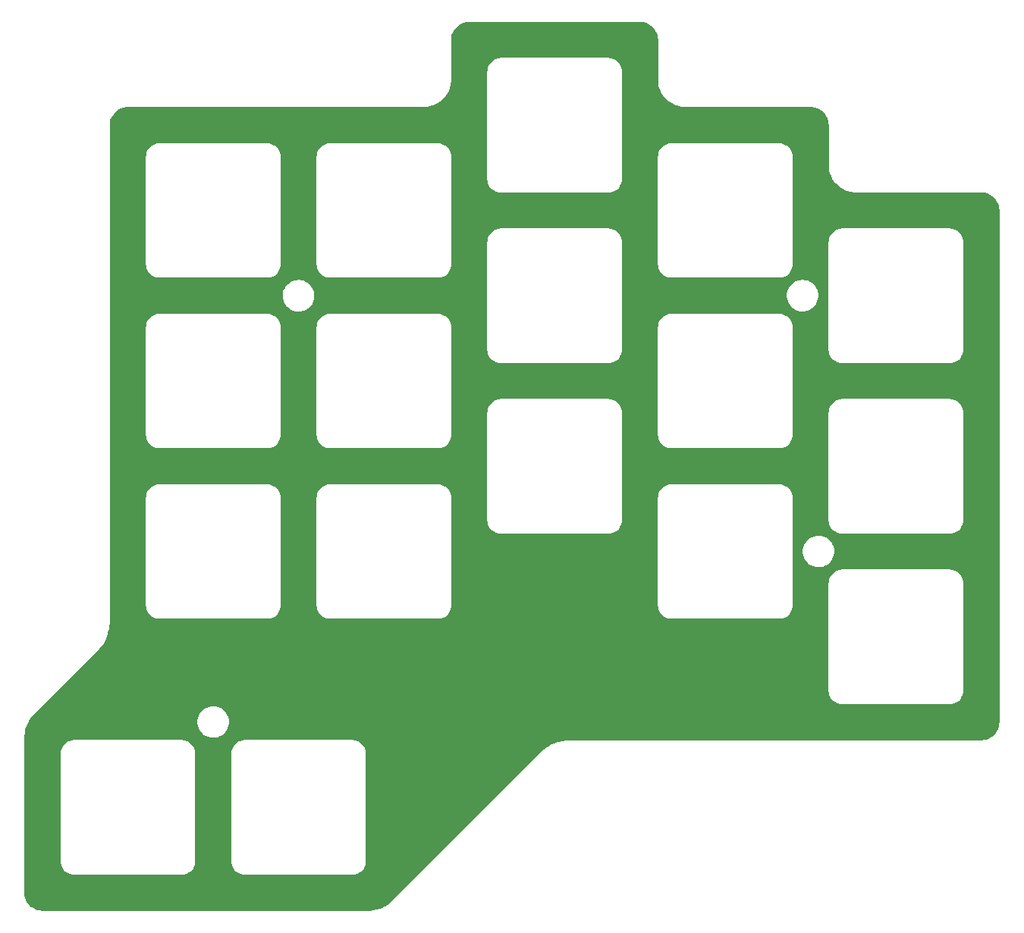
<source format=gtl>
%TF.GenerationSoftware,KiCad,Pcbnew,(6.0.6-1)-1*%
%TF.CreationDate,2022-07-19T11:16:55+08:00*%
%TF.ProjectId,Plate,506c6174-652e-46b6-9963-61645f706362,3*%
%TF.SameCoordinates,PX4955318PY48ab840*%
%TF.FileFunction,Copper,L1,Top*%
%TF.FilePolarity,Positive*%
%FSLAX46Y46*%
G04 Gerber Fmt 4.6, Leading zero omitted, Abs format (unit mm)*
G04 Created by KiCad (PCBNEW (6.0.6-1)-1) date 2022-07-19 11:16:55*
%MOMM*%
%LPD*%
G01*
G04 APERTURE LIST*
G04 APERTURE END LIST*
%TA.AperFunction,NonConductor*%
G36*
X38070018Y30605000D02*
G01*
X38084851Y30602690D01*
X38084855Y30602690D01*
X38093724Y30601309D01*
X38102626Y30602473D01*
X38102629Y30602473D01*
X38110012Y30603439D01*
X38134591Y30604233D01*
X38161442Y30602473D01*
X38356922Y30589660D01*
X38373262Y30587509D01*
X38495478Y30563199D01*
X38617696Y30538888D01*
X38633606Y30534625D01*
X38869600Y30454516D01*
X38884826Y30448209D01*
X39108342Y30337984D01*
X39122616Y30329743D01*
X39329829Y30191287D01*
X39342905Y30181254D01*
X39530278Y30016932D01*
X39541932Y30005278D01*
X39706254Y29817905D01*
X39716287Y29804829D01*
X39854743Y29597616D01*
X39862984Y29583342D01*
X39973209Y29359826D01*
X39979515Y29344602D01*
X40059625Y29108606D01*
X40063889Y29092693D01*
X40112509Y28848262D01*
X40114660Y28831922D01*
X40128763Y28616764D01*
X40127733Y28593650D01*
X40127690Y28590146D01*
X40126309Y28581276D01*
X40127473Y28572374D01*
X40127473Y28572372D01*
X40130436Y28549717D01*
X40131500Y28533379D01*
X40131500Y24179367D01*
X40130000Y24159982D01*
X40127690Y24145149D01*
X40127690Y24145145D01*
X40126309Y24136276D01*
X40127441Y24127622D01*
X40127470Y24127070D01*
X40127450Y24125434D01*
X40127697Y24122730D01*
X40128928Y24099255D01*
X40141213Y23864836D01*
X40144039Y23810908D01*
X40194024Y23495311D01*
X40276725Y23186669D01*
X40391234Y22888362D01*
X40536298Y22603658D01*
X40710327Y22335677D01*
X40712405Y22333111D01*
X40902390Y22098500D01*
X40911414Y22087356D01*
X41137356Y21861414D01*
X41385677Y21660327D01*
X41653658Y21486298D01*
X41938362Y21341234D01*
X42236669Y21226725D01*
X42545311Y21144024D01*
X42548561Y21143509D01*
X42548567Y21143508D01*
X42782334Y21106484D01*
X42860908Y21094039D01*
X42864191Y21093867D01*
X42864200Y21093866D01*
X43008753Y21086291D01*
X43146872Y21079052D01*
X43161183Y21077478D01*
X43167448Y21076424D01*
X43173724Y21076348D01*
X43175140Y21076330D01*
X43175143Y21076330D01*
X43180000Y21076271D01*
X43207624Y21080227D01*
X43225486Y21081500D01*
X57100633Y21081500D01*
X57120018Y21080000D01*
X57134851Y21077690D01*
X57134855Y21077690D01*
X57143724Y21076309D01*
X57152626Y21077473D01*
X57152629Y21077473D01*
X57160012Y21078439D01*
X57184591Y21079233D01*
X57211366Y21077478D01*
X57406922Y21064660D01*
X57423262Y21062509D01*
X57545477Y21038199D01*
X57667696Y21013888D01*
X57683606Y21009625D01*
X57919600Y20929516D01*
X57934826Y20923209D01*
X58158342Y20812984D01*
X58172616Y20804743D01*
X58379829Y20666287D01*
X58392905Y20656254D01*
X58580278Y20491932D01*
X58591932Y20480278D01*
X58756254Y20292905D01*
X58766287Y20279829D01*
X58904743Y20072616D01*
X58912984Y20058342D01*
X59023209Y19834826D01*
X59029515Y19819602D01*
X59109625Y19583606D01*
X59113889Y19567693D01*
X59162509Y19323262D01*
X59164660Y19306922D01*
X59178763Y19091764D01*
X59177733Y19068650D01*
X59177690Y19065146D01*
X59176309Y19056276D01*
X59177473Y19047374D01*
X59177473Y19047372D01*
X59180436Y19024717D01*
X59181500Y19008379D01*
X59181500Y14654367D01*
X59180000Y14634982D01*
X59177690Y14620149D01*
X59177690Y14620145D01*
X59176309Y14611276D01*
X59177441Y14602622D01*
X59177470Y14602070D01*
X59177450Y14600434D01*
X59177698Y14597723D01*
X59191213Y14339836D01*
X59194039Y14285908D01*
X59244024Y13970311D01*
X59326725Y13661669D01*
X59441234Y13363362D01*
X59586298Y13078658D01*
X59760327Y12810677D01*
X59762405Y12808111D01*
X59954558Y12570823D01*
X59961414Y12562356D01*
X60187356Y12336414D01*
X60189914Y12334342D01*
X60189918Y12334339D01*
X60381637Y12179088D01*
X60435677Y12135327D01*
X60703658Y11961298D01*
X60988362Y11816234D01*
X61286669Y11701725D01*
X61595311Y11619024D01*
X61598561Y11618509D01*
X61598567Y11618508D01*
X61728362Y11597951D01*
X61910908Y11569039D01*
X61914191Y11568867D01*
X61914200Y11568866D01*
X62058753Y11561291D01*
X62196872Y11554052D01*
X62211183Y11552478D01*
X62217448Y11551424D01*
X62223724Y11551347D01*
X62225140Y11551330D01*
X62225143Y11551330D01*
X62230000Y11551271D01*
X62257624Y11555227D01*
X62275486Y11556500D01*
X76150633Y11556500D01*
X76170018Y11555000D01*
X76184851Y11552690D01*
X76184855Y11552690D01*
X76193724Y11551309D01*
X76202626Y11552473D01*
X76202629Y11552473D01*
X76210012Y11553439D01*
X76234591Y11554233D01*
X76261366Y11552478D01*
X76456922Y11539660D01*
X76473262Y11537509D01*
X76595477Y11513199D01*
X76717696Y11488888D01*
X76733606Y11484625D01*
X76969600Y11404516D01*
X76984826Y11398209D01*
X77208342Y11287984D01*
X77222616Y11279743D01*
X77429829Y11141287D01*
X77442905Y11131254D01*
X77630278Y10966932D01*
X77641932Y10955278D01*
X77806254Y10767905D01*
X77816287Y10754829D01*
X77954743Y10547616D01*
X77962984Y10533342D01*
X78073209Y10309826D01*
X78079515Y10294602D01*
X78159625Y10058606D01*
X78163889Y10042693D01*
X78212509Y9798262D01*
X78214660Y9781922D01*
X78228763Y9566764D01*
X78227733Y9543650D01*
X78227690Y9540146D01*
X78226309Y9531276D01*
X78227473Y9522374D01*
X78227473Y9522372D01*
X78230436Y9499717D01*
X78231500Y9483379D01*
X78231500Y-47575633D01*
X78230000Y-47595018D01*
X78227690Y-47609851D01*
X78227690Y-47609855D01*
X78226309Y-47618724D01*
X78227473Y-47627626D01*
X78227473Y-47627629D01*
X78228439Y-47635012D01*
X78229233Y-47659591D01*
X78214660Y-47881922D01*
X78212509Y-47898262D01*
X78163889Y-48142693D01*
X78159625Y-48158606D01*
X78125312Y-48259689D01*
X78079516Y-48394600D01*
X78073209Y-48409826D01*
X77962984Y-48633342D01*
X77954743Y-48647616D01*
X77816287Y-48854829D01*
X77806254Y-48867905D01*
X77641932Y-49055278D01*
X77630278Y-49066932D01*
X77442905Y-49231254D01*
X77429829Y-49241287D01*
X77222616Y-49379743D01*
X77208342Y-49387984D01*
X76984826Y-49498209D01*
X76969602Y-49504515D01*
X76733606Y-49584625D01*
X76717696Y-49588888D01*
X76595478Y-49613199D01*
X76473262Y-49637509D01*
X76456922Y-49639660D01*
X76308134Y-49649413D01*
X76241763Y-49653763D01*
X76218650Y-49652733D01*
X76215146Y-49652690D01*
X76206276Y-49651309D01*
X76197374Y-49652473D01*
X76197372Y-49652473D01*
X76185720Y-49653997D01*
X76174714Y-49655436D01*
X76158379Y-49656500D01*
X30546316Y-49656500D01*
X30520340Y-49653793D01*
X30513580Y-49652369D01*
X30508723Y-49652111D01*
X30508719Y-49652110D01*
X30505900Y-49651960D01*
X30505896Y-49651960D01*
X30501045Y-49651702D01*
X30496203Y-49652194D01*
X30495837Y-49652203D01*
X30483814Y-49652819D01*
X30196017Y-49653157D01*
X30105608Y-49653263D01*
X30102963Y-49653490D01*
X30102954Y-49653490D01*
X29714304Y-49686789D01*
X29714295Y-49686790D01*
X29711659Y-49687016D01*
X29468741Y-49728656D01*
X29324562Y-49753371D01*
X29324556Y-49753372D01*
X29321950Y-49753819D01*
X29050627Y-49824275D01*
X28941819Y-49852530D01*
X28941816Y-49852531D01*
X28939251Y-49853197D01*
X28875675Y-49875569D01*
X28568765Y-49983568D01*
X28568755Y-49983572D01*
X28566277Y-49984444D01*
X28205679Y-50146629D01*
X27860016Y-50338599D01*
X27531745Y-50558992D01*
X27389175Y-50673237D01*
X27225276Y-50804573D01*
X27225270Y-50804578D01*
X27223195Y-50806241D01*
X27221261Y-50808079D01*
X27221256Y-50808083D01*
X26959936Y-51056380D01*
X26950860Y-51063988D01*
X26948520Y-51066010D01*
X26944596Y-51068903D01*
X26935759Y-51077818D01*
X26922508Y-51096125D01*
X26909543Y-51111330D01*
X10466630Y-67554243D01*
X10453541Y-67565642D01*
X10437310Y-67577918D01*
X10437307Y-67577921D01*
X10430150Y-67583334D01*
X10424800Y-67590538D01*
X10424798Y-67590540D01*
X10418242Y-67599368D01*
X10403448Y-67615992D01*
X10183560Y-67822970D01*
X10174605Y-67830643D01*
X9912704Y-68034537D01*
X9903091Y-68041322D01*
X9657099Y-68198245D01*
X9623290Y-68219812D01*
X9613058Y-68225684D01*
X9317804Y-68377217D01*
X9307068Y-68382107D01*
X9104423Y-68463166D01*
X8998918Y-68505368D01*
X8987779Y-68509230D01*
X8876250Y-68542129D01*
X8669454Y-68603130D01*
X8657995Y-68605934D01*
X8332301Y-68669647D01*
X8320630Y-68671368D01*
X7990376Y-68704343D01*
X7978612Y-68704964D01*
X7844549Y-68705749D01*
X7684112Y-68706688D01*
X7658910Y-68704292D01*
X7656126Y-68703741D01*
X7656122Y-68703741D01*
X7647314Y-68701997D01*
X7638375Y-68702795D01*
X7638372Y-68702795D01*
X7602471Y-68706001D01*
X7591265Y-68706500D01*
X-28525633Y-68706500D01*
X-28545018Y-68705000D01*
X-28559851Y-68702690D01*
X-28559855Y-68702690D01*
X-28568724Y-68701309D01*
X-28577626Y-68702473D01*
X-28577629Y-68702473D01*
X-28585012Y-68703439D01*
X-28609591Y-68704233D01*
X-28654201Y-68701309D01*
X-28831922Y-68689660D01*
X-28848262Y-68687509D01*
X-28970478Y-68663199D01*
X-29092696Y-68638888D01*
X-29108606Y-68634625D01*
X-29344602Y-68554515D01*
X-29359826Y-68548209D01*
X-29583342Y-68437984D01*
X-29597616Y-68429743D01*
X-29804829Y-68291287D01*
X-29817905Y-68281254D01*
X-30005278Y-68116932D01*
X-30016932Y-68105278D01*
X-30181254Y-67917905D01*
X-30191287Y-67904829D01*
X-30329743Y-67697616D01*
X-30337984Y-67683342D01*
X-30448209Y-67459826D01*
X-30454516Y-67444600D01*
X-30500312Y-67309689D01*
X-30534625Y-67208606D01*
X-30538889Y-67192693D01*
X-30587509Y-66948262D01*
X-30589660Y-66931922D01*
X-30603524Y-66720407D01*
X-30602350Y-66697232D01*
X-30602666Y-66697204D01*
X-30602230Y-66692344D01*
X-30601424Y-66687552D01*
X-30601271Y-66675000D01*
X-30605227Y-66647376D01*
X-30606500Y-66629514D01*
X-30606500Y-63143724D01*
X-26563691Y-63143724D01*
X-26562208Y-63155062D01*
X-26561465Y-63162406D01*
X-26546959Y-63365230D01*
X-26501092Y-63576079D01*
X-26499520Y-63580294D01*
X-26499519Y-63580297D01*
X-26477657Y-63638910D01*
X-26425685Y-63778254D01*
X-26322272Y-63967640D01*
X-26192960Y-64140381D01*
X-26040381Y-64292960D01*
X-25867640Y-64422272D01*
X-25678254Y-64525685D01*
X-25577166Y-64563389D01*
X-25480297Y-64599519D01*
X-25480294Y-64599520D01*
X-25476079Y-64601092D01*
X-25471689Y-64602047D01*
X-25471682Y-64602049D01*
X-25316771Y-64635747D01*
X-25265230Y-64646959D01*
X-25090465Y-64659459D01*
X-25078554Y-64660884D01*
X-25067352Y-64662769D01*
X-25067345Y-64662770D01*
X-25062552Y-64663576D01*
X-25056276Y-64663653D01*
X-25054860Y-64663670D01*
X-25054857Y-64663670D01*
X-25050000Y-64663729D01*
X-25022376Y-64659773D01*
X-25004514Y-64658500D01*
X-13103250Y-64658500D01*
X-13082345Y-64660246D01*
X-13067344Y-64662770D01*
X-13067341Y-64662770D01*
X-13062552Y-64663576D01*
X-13056313Y-64663652D01*
X-13054860Y-64663670D01*
X-13054857Y-64663670D01*
X-13050000Y-64663729D01*
X-13035210Y-64661611D01*
X-13026357Y-64660662D01*
X-12839258Y-64647280D01*
X-12834770Y-64646959D01*
X-12783229Y-64635747D01*
X-12628318Y-64602049D01*
X-12628311Y-64602047D01*
X-12623921Y-64601092D01*
X-12619706Y-64599520D01*
X-12619703Y-64599519D01*
X-12522834Y-64563389D01*
X-12421746Y-64525685D01*
X-12232360Y-64422272D01*
X-12059619Y-64292960D01*
X-11907040Y-64140381D01*
X-11777728Y-63967640D01*
X-11674315Y-63778254D01*
X-11622343Y-63638910D01*
X-11600481Y-63580297D01*
X-11600480Y-63580294D01*
X-11598908Y-63576079D01*
X-11553041Y-63365230D01*
X-11540541Y-63190465D01*
X-11539116Y-63178554D01*
X-11537231Y-63167352D01*
X-11537230Y-63167345D01*
X-11536424Y-63162552D01*
X-11536348Y-63156276D01*
X-11536330Y-63154860D01*
X-11536330Y-63154857D01*
X-11536271Y-63150000D01*
X-11537170Y-63143724D01*
X-7513691Y-63143724D01*
X-7512208Y-63155062D01*
X-7511465Y-63162406D01*
X-7496959Y-63365230D01*
X-7451092Y-63576079D01*
X-7449520Y-63580294D01*
X-7449519Y-63580297D01*
X-7427657Y-63638910D01*
X-7375685Y-63778254D01*
X-7272272Y-63967640D01*
X-7142960Y-64140381D01*
X-6990381Y-64292960D01*
X-6817640Y-64422272D01*
X-6628254Y-64525685D01*
X-6527166Y-64563389D01*
X-6430297Y-64599519D01*
X-6430294Y-64599520D01*
X-6426079Y-64601092D01*
X-6421689Y-64602047D01*
X-6421682Y-64602049D01*
X-6266771Y-64635747D01*
X-6215230Y-64646959D01*
X-6040465Y-64659459D01*
X-6028554Y-64660884D01*
X-6017352Y-64662769D01*
X-6017345Y-64662770D01*
X-6012552Y-64663576D01*
X-6006276Y-64663653D01*
X-6004860Y-64663670D01*
X-6004857Y-64663670D01*
X-6000000Y-64663729D01*
X-5972376Y-64659773D01*
X-5954514Y-64658500D01*
X5946750Y-64658500D01*
X5967655Y-64660246D01*
X5982656Y-64662770D01*
X5982659Y-64662770D01*
X5987448Y-64663576D01*
X5993687Y-64663652D01*
X5995140Y-64663670D01*
X5995143Y-64663670D01*
X6000000Y-64663729D01*
X6014790Y-64661611D01*
X6023643Y-64660662D01*
X6210742Y-64647280D01*
X6215230Y-64646959D01*
X6266771Y-64635747D01*
X6421682Y-64602049D01*
X6421689Y-64602047D01*
X6426079Y-64601092D01*
X6430294Y-64599520D01*
X6430297Y-64599519D01*
X6527166Y-64563389D01*
X6628254Y-64525685D01*
X6817640Y-64422272D01*
X6990381Y-64292960D01*
X7142960Y-64140381D01*
X7272272Y-63967640D01*
X7375685Y-63778254D01*
X7427657Y-63638910D01*
X7449519Y-63580297D01*
X7449520Y-63580294D01*
X7451092Y-63576079D01*
X7496959Y-63365230D01*
X7509459Y-63190465D01*
X7510884Y-63178554D01*
X7512769Y-63167352D01*
X7512770Y-63167345D01*
X7513576Y-63162552D01*
X7513653Y-63156276D01*
X7513670Y-63154860D01*
X7513670Y-63154857D01*
X7513729Y-63150000D01*
X7509773Y-63122376D01*
X7508500Y-63104514D01*
X7508500Y-51203250D01*
X7510246Y-51182345D01*
X7512770Y-51167344D01*
X7512770Y-51167341D01*
X7513576Y-51162552D01*
X7513729Y-51150000D01*
X7511611Y-51135210D01*
X7510662Y-51126357D01*
X7497280Y-50939258D01*
X7496959Y-50934770D01*
X7469400Y-50808083D01*
X7452049Y-50728318D01*
X7452047Y-50728311D01*
X7451092Y-50723921D01*
X7428628Y-50663691D01*
X7377258Y-50525964D01*
X7375685Y-50521746D01*
X7272272Y-50332360D01*
X7142960Y-50159619D01*
X6990381Y-50007040D01*
X6817640Y-49877728D01*
X6628254Y-49774315D01*
X6527167Y-49736612D01*
X6430297Y-49700481D01*
X6430294Y-49700480D01*
X6426079Y-49698908D01*
X6421689Y-49697953D01*
X6421682Y-49697951D01*
X6266771Y-49664253D01*
X6215230Y-49653041D01*
X6040465Y-49640541D01*
X6028554Y-49639116D01*
X6017352Y-49637231D01*
X6017345Y-49637230D01*
X6012552Y-49636424D01*
X6006276Y-49636348D01*
X6004860Y-49636330D01*
X6004857Y-49636330D01*
X6000000Y-49636271D01*
X5980134Y-49639116D01*
X5972376Y-49640227D01*
X5954514Y-49641500D01*
X-5946750Y-49641500D01*
X-5967655Y-49639754D01*
X-5982656Y-49637230D01*
X-5982659Y-49637230D01*
X-5987448Y-49636424D01*
X-5993687Y-49636348D01*
X-5995140Y-49636330D01*
X-5995143Y-49636330D01*
X-6000000Y-49636271D01*
X-6014790Y-49638389D01*
X-6023643Y-49639338D01*
X-6210742Y-49652720D01*
X-6215230Y-49653041D01*
X-6266771Y-49664253D01*
X-6421682Y-49697951D01*
X-6421689Y-49697953D01*
X-6426079Y-49698908D01*
X-6430294Y-49700480D01*
X-6430297Y-49700481D01*
X-6527167Y-49736612D01*
X-6628254Y-49774315D01*
X-6817640Y-49877728D01*
X-6990381Y-50007040D01*
X-7142960Y-50159619D01*
X-7272272Y-50332360D01*
X-7375685Y-50521746D01*
X-7377258Y-50525964D01*
X-7428627Y-50663691D01*
X-7451092Y-50723921D01*
X-7452047Y-50728311D01*
X-7452049Y-50728318D01*
X-7469400Y-50808083D01*
X-7496959Y-50934770D01*
X-7507471Y-51081754D01*
X-7510012Y-51117275D01*
X-7511192Y-51127675D01*
X-7512310Y-51134851D01*
X-7512310Y-51134855D01*
X-7513691Y-51143724D01*
X-7512527Y-51152626D01*
X-7512527Y-51152628D01*
X-7509564Y-51175283D01*
X-7508500Y-51191621D01*
X-7508500Y-63100633D01*
X-7510000Y-63120018D01*
X-7512310Y-63134851D01*
X-7512310Y-63134855D01*
X-7513691Y-63143724D01*
X-11537170Y-63143724D01*
X-11540227Y-63122376D01*
X-11541500Y-63104514D01*
X-11541500Y-51203250D01*
X-11539754Y-51182345D01*
X-11537230Y-51167344D01*
X-11537230Y-51167341D01*
X-11536424Y-51162552D01*
X-11536271Y-51150000D01*
X-11538389Y-51135210D01*
X-11539338Y-51126357D01*
X-11552720Y-50939258D01*
X-11553041Y-50934770D01*
X-11580600Y-50808083D01*
X-11597951Y-50728318D01*
X-11597953Y-50728311D01*
X-11598908Y-50723921D01*
X-11621372Y-50663691D01*
X-11672742Y-50525964D01*
X-11674315Y-50521746D01*
X-11777728Y-50332360D01*
X-11907040Y-50159619D01*
X-12059619Y-50007040D01*
X-12232360Y-49877728D01*
X-12421746Y-49774315D01*
X-12522833Y-49736612D01*
X-12619703Y-49700481D01*
X-12619706Y-49700480D01*
X-12623921Y-49698908D01*
X-12628311Y-49697953D01*
X-12628318Y-49697951D01*
X-12783229Y-49664253D01*
X-12834770Y-49653041D01*
X-13009535Y-49640541D01*
X-13021446Y-49639116D01*
X-13032648Y-49637231D01*
X-13032655Y-49637230D01*
X-13037448Y-49636424D01*
X-13043724Y-49636348D01*
X-13045140Y-49636330D01*
X-13045143Y-49636330D01*
X-13050000Y-49636271D01*
X-13069866Y-49639116D01*
X-13077624Y-49640227D01*
X-13095486Y-49641500D01*
X-24996750Y-49641500D01*
X-25017655Y-49639754D01*
X-25032656Y-49637230D01*
X-25032659Y-49637230D01*
X-25037448Y-49636424D01*
X-25043687Y-49636348D01*
X-25045140Y-49636330D01*
X-25045143Y-49636330D01*
X-25050000Y-49636271D01*
X-25064790Y-49638389D01*
X-25073643Y-49639338D01*
X-25260742Y-49652720D01*
X-25265230Y-49653041D01*
X-25316771Y-49664253D01*
X-25471682Y-49697951D01*
X-25471689Y-49697953D01*
X-25476079Y-49698908D01*
X-25480294Y-49700480D01*
X-25480297Y-49700481D01*
X-25577167Y-49736612D01*
X-25678254Y-49774315D01*
X-25867640Y-49877728D01*
X-26040381Y-50007040D01*
X-26192960Y-50159619D01*
X-26322272Y-50332360D01*
X-26425685Y-50521746D01*
X-26427258Y-50525964D01*
X-26478627Y-50663691D01*
X-26501092Y-50723921D01*
X-26502047Y-50728311D01*
X-26502049Y-50728318D01*
X-26519400Y-50808083D01*
X-26546959Y-50934770D01*
X-26557471Y-51081754D01*
X-26560012Y-51117275D01*
X-26561192Y-51127675D01*
X-26562310Y-51134851D01*
X-26562310Y-51134855D01*
X-26563691Y-51143724D01*
X-26562527Y-51152626D01*
X-26562527Y-51152628D01*
X-26559564Y-51175283D01*
X-26558500Y-51191621D01*
X-26558500Y-63100633D01*
X-26560000Y-63120018D01*
X-26562310Y-63134851D01*
X-26562310Y-63134855D01*
X-26563691Y-63143724D01*
X-30606500Y-63143724D01*
X-30606500Y-49566388D01*
X-30605690Y-49552123D01*
X-30605569Y-49551062D01*
X-30601484Y-49515210D01*
X-30604882Y-49495536D01*
X-30606719Y-49473358D01*
X-30604959Y-49171379D01*
X-30604338Y-49159597D01*
X-30571373Y-48829366D01*
X-30569653Y-48817694D01*
X-30546340Y-48698509D01*
X-30505941Y-48491975D01*
X-30503138Y-48480524D01*
X-30501709Y-48475682D01*
X-30409245Y-48162214D01*
X-30405381Y-48151067D01*
X-30282125Y-47842928D01*
X-30277235Y-47832191D01*
X-30226150Y-47732655D01*
X-11285142Y-47732655D01*
X-11249896Y-47991638D01*
X-11248588Y-47996124D01*
X-11248588Y-47996126D01*
X-11228902Y-48063664D01*
X-11176757Y-48242567D01*
X-11067332Y-48479928D01*
X-11064769Y-48483837D01*
X-10926590Y-48694596D01*
X-10926586Y-48694601D01*
X-10924024Y-48698509D01*
X-10749982Y-48893506D01*
X-10549030Y-49060637D01*
X-10545027Y-49063066D01*
X-10329578Y-49193804D01*
X-10329574Y-49193806D01*
X-10325581Y-49196229D01*
X-10084545Y-49297303D01*
X-9831217Y-49361641D01*
X-9826566Y-49362109D01*
X-9826562Y-49362110D01*
X-9651444Y-49379743D01*
X-9614133Y-49383500D01*
X-9458646Y-49383500D01*
X-9456321Y-49383327D01*
X-9456315Y-49383327D01*
X-9269000Y-49369407D01*
X-9268996Y-49369406D01*
X-9264348Y-49369061D01*
X-9259800Y-49368032D01*
X-9259794Y-49368031D01*
X-9073399Y-49325853D01*
X-9009423Y-49311377D01*
X-8973231Y-49297303D01*
X-8770176Y-49218340D01*
X-8770173Y-49218339D01*
X-8765823Y-49216647D01*
X-8538902Y-49086951D01*
X-8333643Y-48925138D01*
X-8154557Y-48734763D01*
X-8005576Y-48520009D01*
X-8003508Y-48515816D01*
X-7892040Y-48289781D01*
X-7892039Y-48289778D01*
X-7889975Y-48285593D01*
X-7810293Y-48036665D01*
X-7768279Y-47778693D01*
X-7765621Y-47575633D01*
X-7764919Y-47522022D01*
X-7764919Y-47522019D01*
X-7764858Y-47517345D01*
X-7800104Y-47258362D01*
X-7814527Y-47208877D01*
X-7871932Y-47011932D01*
X-7873243Y-47007433D01*
X-7982668Y-46770072D01*
X-8106149Y-46581732D01*
X-8123410Y-46555404D01*
X-8123414Y-46555399D01*
X-8125976Y-46551491D01*
X-8300018Y-46356494D01*
X-8500970Y-46189363D01*
X-8548156Y-46160730D01*
X-8720422Y-46056196D01*
X-8720426Y-46056194D01*
X-8724419Y-46053771D01*
X-8965455Y-45952697D01*
X-9218783Y-45888359D01*
X-9223434Y-45887891D01*
X-9223438Y-45887890D01*
X-9432729Y-45866816D01*
X-9435867Y-45866500D01*
X-9591354Y-45866500D01*
X-9593679Y-45866673D01*
X-9593685Y-45866673D01*
X-9781000Y-45880593D01*
X-9781004Y-45880594D01*
X-9785652Y-45880939D01*
X-9790200Y-45881968D01*
X-9790206Y-45881969D01*
X-9976601Y-45924147D01*
X-10040577Y-45938623D01*
X-10044929Y-45940315D01*
X-10044931Y-45940316D01*
X-10279824Y-46031660D01*
X-10279827Y-46031661D01*
X-10284177Y-46033353D01*
X-10511098Y-46163049D01*
X-10716357Y-46324862D01*
X-10895443Y-46515237D01*
X-10941572Y-46581732D01*
X-11019382Y-46693894D01*
X-11044424Y-46729991D01*
X-11046490Y-46734181D01*
X-11046492Y-46734184D01*
X-11133196Y-46910004D01*
X-11160025Y-46964407D01*
X-11239707Y-47213335D01*
X-11281721Y-47471307D01*
X-11285142Y-47732655D01*
X-30226150Y-47732655D01*
X-30188652Y-47659591D01*
X-30125700Y-47536934D01*
X-30119832Y-47526708D01*
X-30116842Y-47522022D01*
X-29941337Y-47246909D01*
X-29934538Y-47237276D01*
X-29759099Y-47011932D01*
X-29730654Y-46975396D01*
X-29722990Y-46966450D01*
X-29521072Y-46751948D01*
X-29501951Y-46735348D01*
X-29499700Y-46733760D01*
X-29499698Y-46733758D01*
X-29492365Y-46728586D01*
X-29486777Y-46721562D01*
X-29469214Y-46699485D01*
X-29459704Y-46688831D01*
X-26864597Y-44093724D01*
X59161309Y-44093724D01*
X59162792Y-44105062D01*
X59163535Y-44112406D01*
X59178041Y-44315230D01*
X59223908Y-44526079D01*
X59225480Y-44530294D01*
X59225481Y-44530297D01*
X59247343Y-44588910D01*
X59299315Y-44728254D01*
X59402728Y-44917640D01*
X59532040Y-45090381D01*
X59684619Y-45242960D01*
X59857360Y-45372272D01*
X60046746Y-45475685D01*
X60147833Y-45513388D01*
X60244703Y-45549519D01*
X60244706Y-45549520D01*
X60248921Y-45551092D01*
X60253311Y-45552047D01*
X60253318Y-45552049D01*
X60408229Y-45585747D01*
X60459770Y-45596959D01*
X60634535Y-45609459D01*
X60646446Y-45610884D01*
X60657648Y-45612769D01*
X60657655Y-45612770D01*
X60662448Y-45613576D01*
X60668724Y-45613653D01*
X60670140Y-45613670D01*
X60670143Y-45613670D01*
X60675000Y-45613729D01*
X60702624Y-45609773D01*
X60720486Y-45608500D01*
X72621750Y-45608500D01*
X72642655Y-45610246D01*
X72657656Y-45612770D01*
X72657659Y-45612770D01*
X72662448Y-45613576D01*
X72668687Y-45613652D01*
X72670140Y-45613670D01*
X72670143Y-45613670D01*
X72675000Y-45613729D01*
X72689790Y-45611611D01*
X72698643Y-45610662D01*
X72885742Y-45597280D01*
X72890230Y-45596959D01*
X72941771Y-45585747D01*
X73096682Y-45552049D01*
X73096689Y-45552047D01*
X73101079Y-45551092D01*
X73105294Y-45549520D01*
X73105297Y-45549519D01*
X73202167Y-45513388D01*
X73303254Y-45475685D01*
X73492640Y-45372272D01*
X73665381Y-45242960D01*
X73817960Y-45090381D01*
X73947272Y-44917640D01*
X74050685Y-44728254D01*
X74102657Y-44588910D01*
X74124519Y-44530297D01*
X74124520Y-44530294D01*
X74126092Y-44526079D01*
X74171959Y-44315230D01*
X74184459Y-44140465D01*
X74185884Y-44128554D01*
X74187769Y-44117352D01*
X74187770Y-44117345D01*
X74188576Y-44112552D01*
X74188653Y-44106276D01*
X74188670Y-44104860D01*
X74188670Y-44104857D01*
X74188729Y-44100000D01*
X74184773Y-44072376D01*
X74183500Y-44054514D01*
X74183500Y-32153250D01*
X74185246Y-32132345D01*
X74187770Y-32117344D01*
X74187770Y-32117341D01*
X74188576Y-32112552D01*
X74188729Y-32100000D01*
X74186611Y-32085210D01*
X74185662Y-32076357D01*
X74172280Y-31889258D01*
X74171959Y-31884770D01*
X74126092Y-31673921D01*
X74103628Y-31613691D01*
X74052258Y-31475964D01*
X74050685Y-31471746D01*
X73947272Y-31282360D01*
X73817960Y-31109619D01*
X73665381Y-30957040D01*
X73492640Y-30827728D01*
X73303254Y-30724315D01*
X73202166Y-30686611D01*
X73105297Y-30650481D01*
X73105294Y-30650480D01*
X73101079Y-30648908D01*
X73096689Y-30647953D01*
X73096682Y-30647951D01*
X72941771Y-30614253D01*
X72890230Y-30603041D01*
X72715465Y-30590541D01*
X72703554Y-30589116D01*
X72692352Y-30587231D01*
X72692345Y-30587230D01*
X72687552Y-30586424D01*
X72681276Y-30586348D01*
X72679860Y-30586330D01*
X72679857Y-30586330D01*
X72675000Y-30586271D01*
X72655134Y-30589116D01*
X72647376Y-30590227D01*
X72629514Y-30591500D01*
X60728250Y-30591500D01*
X60707345Y-30589754D01*
X60692344Y-30587230D01*
X60692341Y-30587230D01*
X60687552Y-30586424D01*
X60681313Y-30586348D01*
X60679860Y-30586330D01*
X60679857Y-30586330D01*
X60675000Y-30586271D01*
X60660210Y-30588389D01*
X60651357Y-30589338D01*
X60464258Y-30602720D01*
X60459770Y-30603041D01*
X60408229Y-30614253D01*
X60253318Y-30647951D01*
X60253311Y-30647953D01*
X60248921Y-30648908D01*
X60244706Y-30650480D01*
X60244703Y-30650481D01*
X60147834Y-30686611D01*
X60046746Y-30724315D01*
X59857360Y-30827728D01*
X59684619Y-30957040D01*
X59532040Y-31109619D01*
X59402728Y-31282360D01*
X59299315Y-31471746D01*
X59297742Y-31475964D01*
X59246373Y-31613691D01*
X59223908Y-31673921D01*
X59178041Y-31884770D01*
X59170470Y-31990631D01*
X59164988Y-32067275D01*
X59163808Y-32077675D01*
X59162690Y-32084851D01*
X59162690Y-32084855D01*
X59161309Y-32093724D01*
X59162473Y-32102626D01*
X59162473Y-32102628D01*
X59165436Y-32125283D01*
X59166500Y-32141621D01*
X59166500Y-44050633D01*
X59165000Y-44070018D01*
X59162690Y-44084851D01*
X59162690Y-44084855D01*
X59161309Y-44093724D01*
X-26864597Y-44093724D01*
X-22541834Y-39770962D01*
X-22524102Y-39756214D01*
X-22515966Y-39750623D01*
X-22515964Y-39750621D01*
X-22511956Y-39747867D01*
X-22508422Y-39744531D01*
X-22508416Y-39744526D01*
X-22506365Y-39742589D01*
X-22502828Y-39739250D01*
X-22499847Y-39735407D01*
X-22499835Y-39735394D01*
X-22491637Y-39725854D01*
X-22473694Y-39706970D01*
X-22231244Y-39451816D01*
X-21983986Y-39143268D01*
X-21763588Y-38814996D01*
X-21571614Y-38469331D01*
X-21409428Y-38108729D01*
X-21278182Y-37735751D01*
X-21178808Y-37353046D01*
X-21178361Y-37350440D01*
X-21112460Y-36965949D01*
X-21112459Y-36965940D01*
X-21112012Y-36963333D01*
X-21078268Y-36569379D01*
X-21077854Y-36206243D01*
X-21077097Y-36194324D01*
X-21076951Y-36191314D01*
X-21076341Y-36186486D01*
X-21076703Y-36173938D01*
X-21079390Y-36159440D01*
X-21081500Y-36136479D01*
X-21081500Y-34568724D01*
X-17038691Y-34568724D01*
X-17037208Y-34580062D01*
X-17036465Y-34587406D01*
X-17021959Y-34790230D01*
X-16976092Y-35001079D01*
X-16974520Y-35005294D01*
X-16974519Y-35005297D01*
X-16952657Y-35063910D01*
X-16900685Y-35203254D01*
X-16797272Y-35392640D01*
X-16667960Y-35565381D01*
X-16515381Y-35717960D01*
X-16342640Y-35847272D01*
X-16153254Y-35950685D01*
X-16052166Y-35988389D01*
X-15955297Y-36024519D01*
X-15955294Y-36024520D01*
X-15951079Y-36026092D01*
X-15946689Y-36027047D01*
X-15946682Y-36027049D01*
X-15791771Y-36060747D01*
X-15740230Y-36071959D01*
X-15565465Y-36084459D01*
X-15553554Y-36085884D01*
X-15542352Y-36087769D01*
X-15542345Y-36087770D01*
X-15537552Y-36088576D01*
X-15531276Y-36088652D01*
X-15529860Y-36088670D01*
X-15529857Y-36088670D01*
X-15525000Y-36088729D01*
X-15497376Y-36084773D01*
X-15479514Y-36083500D01*
X-3578250Y-36083500D01*
X-3557345Y-36085246D01*
X-3542344Y-36087770D01*
X-3542341Y-36087770D01*
X-3537552Y-36088576D01*
X-3531313Y-36088652D01*
X-3529860Y-36088670D01*
X-3529857Y-36088670D01*
X-3525000Y-36088729D01*
X-3510210Y-36086611D01*
X-3501357Y-36085662D01*
X-3314258Y-36072280D01*
X-3309770Y-36071959D01*
X-3258229Y-36060747D01*
X-3103318Y-36027049D01*
X-3103311Y-36027047D01*
X-3098921Y-36026092D01*
X-3094706Y-36024520D01*
X-3094703Y-36024519D01*
X-2997834Y-35988389D01*
X-2896746Y-35950685D01*
X-2707360Y-35847272D01*
X-2534619Y-35717960D01*
X-2382040Y-35565381D01*
X-2252728Y-35392640D01*
X-2149315Y-35203254D01*
X-2097343Y-35063910D01*
X-2075481Y-35005297D01*
X-2075480Y-35005294D01*
X-2073908Y-35001079D01*
X-2028041Y-34790230D01*
X-2015541Y-34615465D01*
X-2014116Y-34603554D01*
X-2012231Y-34592352D01*
X-2012230Y-34592345D01*
X-2011424Y-34587552D01*
X-2011348Y-34581276D01*
X-2011330Y-34579860D01*
X-2011330Y-34579857D01*
X-2011271Y-34575000D01*
X-2012170Y-34568724D01*
X2011309Y-34568724D01*
X2012792Y-34580062D01*
X2013535Y-34587406D01*
X2028041Y-34790230D01*
X2073908Y-35001079D01*
X2075480Y-35005294D01*
X2075481Y-35005297D01*
X2097343Y-35063910D01*
X2149315Y-35203254D01*
X2252728Y-35392640D01*
X2382040Y-35565381D01*
X2534619Y-35717960D01*
X2707360Y-35847272D01*
X2896746Y-35950685D01*
X2997834Y-35988389D01*
X3094703Y-36024519D01*
X3094706Y-36024520D01*
X3098921Y-36026092D01*
X3103311Y-36027047D01*
X3103318Y-36027049D01*
X3258229Y-36060747D01*
X3309770Y-36071959D01*
X3484535Y-36084459D01*
X3496446Y-36085884D01*
X3507648Y-36087769D01*
X3507655Y-36087770D01*
X3512448Y-36088576D01*
X3518724Y-36088652D01*
X3520140Y-36088670D01*
X3520143Y-36088670D01*
X3525000Y-36088729D01*
X3552624Y-36084773D01*
X3570486Y-36083500D01*
X15471750Y-36083500D01*
X15492655Y-36085246D01*
X15507656Y-36087770D01*
X15507659Y-36087770D01*
X15512448Y-36088576D01*
X15518687Y-36088652D01*
X15520140Y-36088670D01*
X15520143Y-36088670D01*
X15525000Y-36088729D01*
X15539790Y-36086611D01*
X15548643Y-36085662D01*
X15735742Y-36072280D01*
X15740230Y-36071959D01*
X15791771Y-36060747D01*
X15946682Y-36027049D01*
X15946689Y-36027047D01*
X15951079Y-36026092D01*
X15955294Y-36024520D01*
X15955297Y-36024519D01*
X16052166Y-35988389D01*
X16153254Y-35950685D01*
X16342640Y-35847272D01*
X16515381Y-35717960D01*
X16667960Y-35565381D01*
X16797272Y-35392640D01*
X16900685Y-35203254D01*
X16952657Y-35063910D01*
X16974519Y-35005297D01*
X16974520Y-35005294D01*
X16976092Y-35001079D01*
X17021959Y-34790230D01*
X17034459Y-34615465D01*
X17035884Y-34603554D01*
X17037769Y-34592352D01*
X17037770Y-34592345D01*
X17038576Y-34587552D01*
X17038652Y-34581276D01*
X17038670Y-34579860D01*
X17038670Y-34579857D01*
X17038729Y-34575000D01*
X17037830Y-34568724D01*
X40111309Y-34568724D01*
X40112792Y-34580062D01*
X40113535Y-34587406D01*
X40128041Y-34790230D01*
X40173908Y-35001079D01*
X40175480Y-35005294D01*
X40175481Y-35005297D01*
X40197343Y-35063910D01*
X40249315Y-35203254D01*
X40352728Y-35392640D01*
X40482040Y-35565381D01*
X40634619Y-35717960D01*
X40807360Y-35847272D01*
X40996746Y-35950685D01*
X41097834Y-35988389D01*
X41194703Y-36024519D01*
X41194706Y-36024520D01*
X41198921Y-36026092D01*
X41203311Y-36027047D01*
X41203318Y-36027049D01*
X41358229Y-36060747D01*
X41409770Y-36071959D01*
X41584535Y-36084459D01*
X41596446Y-36085884D01*
X41607648Y-36087769D01*
X41607655Y-36087770D01*
X41612448Y-36088576D01*
X41618724Y-36088652D01*
X41620140Y-36088670D01*
X41620143Y-36088670D01*
X41625000Y-36088729D01*
X41652624Y-36084773D01*
X41670486Y-36083500D01*
X53571750Y-36083500D01*
X53592655Y-36085246D01*
X53607656Y-36087770D01*
X53607659Y-36087770D01*
X53612448Y-36088576D01*
X53618687Y-36088652D01*
X53620140Y-36088670D01*
X53620143Y-36088670D01*
X53625000Y-36088729D01*
X53639790Y-36086611D01*
X53648643Y-36085662D01*
X53835742Y-36072280D01*
X53840230Y-36071959D01*
X53891771Y-36060747D01*
X54046682Y-36027049D01*
X54046689Y-36027047D01*
X54051079Y-36026092D01*
X54055294Y-36024520D01*
X54055297Y-36024519D01*
X54152166Y-35988389D01*
X54253254Y-35950685D01*
X54442640Y-35847272D01*
X54615381Y-35717960D01*
X54767960Y-35565381D01*
X54897272Y-35392640D01*
X55000685Y-35203254D01*
X55052657Y-35063910D01*
X55074519Y-35005297D01*
X55074520Y-35005294D01*
X55076092Y-35001079D01*
X55121959Y-34790230D01*
X55134459Y-34615465D01*
X55135884Y-34603554D01*
X55137769Y-34592352D01*
X55137770Y-34592345D01*
X55138576Y-34587552D01*
X55138652Y-34581276D01*
X55138670Y-34579860D01*
X55138670Y-34579857D01*
X55138729Y-34575000D01*
X55134773Y-34547376D01*
X55133500Y-34529514D01*
X55133500Y-28682655D01*
X56278858Y-28682655D01*
X56314104Y-28941638D01*
X56315412Y-28946124D01*
X56315412Y-28946126D01*
X56335098Y-29013664D01*
X56387243Y-29192567D01*
X56496668Y-29429928D01*
X56499231Y-29433837D01*
X56637410Y-29644596D01*
X56637414Y-29644601D01*
X56639976Y-29648509D01*
X56814018Y-29843506D01*
X57014970Y-30010637D01*
X57018973Y-30013066D01*
X57234422Y-30143804D01*
X57234426Y-30143806D01*
X57238419Y-30146229D01*
X57479455Y-30247303D01*
X57732783Y-30311641D01*
X57737434Y-30312109D01*
X57737438Y-30312110D01*
X57930308Y-30331531D01*
X57949867Y-30333500D01*
X58105354Y-30333500D01*
X58107679Y-30333327D01*
X58107685Y-30333327D01*
X58295000Y-30319407D01*
X58295004Y-30319406D01*
X58299652Y-30319061D01*
X58304200Y-30318032D01*
X58304206Y-30318031D01*
X58490601Y-30275853D01*
X58554577Y-30261377D01*
X58590769Y-30247303D01*
X58793824Y-30168340D01*
X58793827Y-30168339D01*
X58798177Y-30166647D01*
X59025098Y-30036951D01*
X59230357Y-29875138D01*
X59409443Y-29684763D01*
X59558424Y-29470009D01*
X59674025Y-29235593D01*
X59753707Y-28986665D01*
X59795721Y-28728693D01*
X59799142Y-28467345D01*
X59763896Y-28208362D01*
X59749473Y-28158877D01*
X59692068Y-27961932D01*
X59690757Y-27957433D01*
X59581332Y-27720072D01*
X59548519Y-27670024D01*
X59440590Y-27505404D01*
X59440586Y-27505399D01*
X59438024Y-27501491D01*
X59263982Y-27306494D01*
X59063030Y-27139363D01*
X59015844Y-27110730D01*
X58843578Y-27006196D01*
X58843574Y-27006194D01*
X58839581Y-27003771D01*
X58598545Y-26902697D01*
X58345217Y-26838359D01*
X58340566Y-26837891D01*
X58340562Y-26837890D01*
X58131271Y-26816816D01*
X58128133Y-26816500D01*
X57972646Y-26816500D01*
X57970321Y-26816673D01*
X57970315Y-26816673D01*
X57783000Y-26830593D01*
X57782996Y-26830594D01*
X57778348Y-26830939D01*
X57773800Y-26831968D01*
X57773794Y-26831969D01*
X57587399Y-26874147D01*
X57523423Y-26888623D01*
X57519071Y-26890315D01*
X57519069Y-26890316D01*
X57284176Y-26981660D01*
X57284173Y-26981661D01*
X57279823Y-26983353D01*
X57052902Y-27113049D01*
X56847643Y-27274862D01*
X56668557Y-27465237D01*
X56519576Y-27679991D01*
X56403975Y-27914407D01*
X56324293Y-28163335D01*
X56282279Y-28421307D01*
X56278858Y-28682655D01*
X55133500Y-28682655D01*
X55133500Y-25043724D01*
X59161309Y-25043724D01*
X59162792Y-25055062D01*
X59163535Y-25062406D01*
X59178041Y-25265230D01*
X59223908Y-25476079D01*
X59225480Y-25480294D01*
X59225481Y-25480297D01*
X59247343Y-25538910D01*
X59299315Y-25678254D01*
X59402728Y-25867640D01*
X59532040Y-26040381D01*
X59684619Y-26192960D01*
X59857360Y-26322272D01*
X60046746Y-26425685D01*
X60147833Y-26463388D01*
X60244703Y-26499519D01*
X60244706Y-26499520D01*
X60248921Y-26501092D01*
X60253311Y-26502047D01*
X60253318Y-26502049D01*
X60408229Y-26535747D01*
X60459770Y-26546959D01*
X60634535Y-26559459D01*
X60646446Y-26560884D01*
X60657648Y-26562769D01*
X60657655Y-26562770D01*
X60662448Y-26563576D01*
X60668724Y-26563653D01*
X60670140Y-26563670D01*
X60670143Y-26563670D01*
X60675000Y-26563729D01*
X60702624Y-26559773D01*
X60720486Y-26558500D01*
X72621750Y-26558500D01*
X72642655Y-26560246D01*
X72657656Y-26562770D01*
X72657659Y-26562770D01*
X72662448Y-26563576D01*
X72668687Y-26563652D01*
X72670140Y-26563670D01*
X72670143Y-26563670D01*
X72675000Y-26563729D01*
X72689790Y-26561611D01*
X72698643Y-26560662D01*
X72885742Y-26547280D01*
X72890230Y-26546959D01*
X72941771Y-26535747D01*
X73096682Y-26502049D01*
X73096689Y-26502047D01*
X73101079Y-26501092D01*
X73105294Y-26499520D01*
X73105297Y-26499519D01*
X73202167Y-26463388D01*
X73303254Y-26425685D01*
X73492640Y-26322272D01*
X73665381Y-26192960D01*
X73817960Y-26040381D01*
X73947272Y-25867640D01*
X74050685Y-25678254D01*
X74102657Y-25538910D01*
X74124519Y-25480297D01*
X74124520Y-25480294D01*
X74126092Y-25476079D01*
X74171959Y-25265230D01*
X74184459Y-25090465D01*
X74185884Y-25078554D01*
X74187769Y-25067352D01*
X74187770Y-25067345D01*
X74188576Y-25062552D01*
X74188652Y-25056276D01*
X74188670Y-25054860D01*
X74188670Y-25054857D01*
X74188729Y-25050000D01*
X74184773Y-25022376D01*
X74183500Y-25004514D01*
X74183500Y-13103250D01*
X74185246Y-13082345D01*
X74187770Y-13067344D01*
X74187770Y-13067341D01*
X74188576Y-13062552D01*
X74188729Y-13050000D01*
X74186611Y-13035210D01*
X74185662Y-13026357D01*
X74172280Y-12839258D01*
X74171959Y-12834770D01*
X74126092Y-12623921D01*
X74103628Y-12563691D01*
X74052258Y-12425964D01*
X74050685Y-12421746D01*
X73947272Y-12232360D01*
X73817960Y-12059619D01*
X73665381Y-11907040D01*
X73492640Y-11777728D01*
X73303254Y-11674315D01*
X73202167Y-11636612D01*
X73105297Y-11600481D01*
X73105294Y-11600480D01*
X73101079Y-11598908D01*
X73096689Y-11597953D01*
X73096682Y-11597951D01*
X72941771Y-11564253D01*
X72890230Y-11553041D01*
X72715465Y-11540541D01*
X72703554Y-11539116D01*
X72692352Y-11537231D01*
X72692345Y-11537230D01*
X72687552Y-11536424D01*
X72681276Y-11536348D01*
X72679860Y-11536330D01*
X72679857Y-11536330D01*
X72675000Y-11536271D01*
X72655134Y-11539116D01*
X72647376Y-11540227D01*
X72629514Y-11541500D01*
X60728250Y-11541500D01*
X60707345Y-11539754D01*
X60692344Y-11537230D01*
X60692341Y-11537230D01*
X60687552Y-11536424D01*
X60681313Y-11536348D01*
X60679860Y-11536330D01*
X60679857Y-11536330D01*
X60675000Y-11536271D01*
X60660210Y-11538389D01*
X60651357Y-11539338D01*
X60464258Y-11552720D01*
X60459770Y-11553041D01*
X60408229Y-11564253D01*
X60253318Y-11597951D01*
X60253311Y-11597953D01*
X60248921Y-11598908D01*
X60244706Y-11600480D01*
X60244703Y-11600481D01*
X60147834Y-11636611D01*
X60046746Y-11674315D01*
X59857360Y-11777728D01*
X59684619Y-11907040D01*
X59532040Y-12059619D01*
X59402728Y-12232360D01*
X59299315Y-12421746D01*
X59297742Y-12425964D01*
X59246373Y-12563691D01*
X59223908Y-12623921D01*
X59178041Y-12834770D01*
X59170470Y-12940631D01*
X59164988Y-13017275D01*
X59163808Y-13027675D01*
X59162690Y-13034851D01*
X59162690Y-13034855D01*
X59161309Y-13043724D01*
X59162473Y-13052626D01*
X59162473Y-13052628D01*
X59165436Y-13075283D01*
X59166500Y-13091621D01*
X59166500Y-25000633D01*
X59165000Y-25020018D01*
X59162690Y-25034851D01*
X59162690Y-25034855D01*
X59161309Y-25043724D01*
X55133500Y-25043724D01*
X55133500Y-22628250D01*
X55135246Y-22607345D01*
X55137770Y-22592344D01*
X55137770Y-22592341D01*
X55138576Y-22587552D01*
X55138729Y-22575000D01*
X55136611Y-22560210D01*
X55135662Y-22551357D01*
X55122280Y-22364258D01*
X55121959Y-22359770D01*
X55076092Y-22148921D01*
X55053628Y-22088691D01*
X55002258Y-21950964D01*
X55000685Y-21946746D01*
X54897272Y-21757360D01*
X54767960Y-21584619D01*
X54615381Y-21432040D01*
X54442640Y-21302728D01*
X54253254Y-21199315D01*
X54152167Y-21161612D01*
X54055297Y-21125481D01*
X54055294Y-21125480D01*
X54051079Y-21123908D01*
X54046689Y-21122953D01*
X54046682Y-21122951D01*
X53891771Y-21089253D01*
X53840230Y-21078041D01*
X53665465Y-21065541D01*
X53653554Y-21064116D01*
X53642352Y-21062231D01*
X53642345Y-21062230D01*
X53637552Y-21061424D01*
X53631276Y-21061348D01*
X53629860Y-21061330D01*
X53629857Y-21061330D01*
X53625000Y-21061271D01*
X53605134Y-21064116D01*
X53597376Y-21065227D01*
X53579514Y-21066500D01*
X41678250Y-21066500D01*
X41657345Y-21064754D01*
X41642344Y-21062230D01*
X41642341Y-21062230D01*
X41637552Y-21061424D01*
X41631313Y-21061348D01*
X41629860Y-21061330D01*
X41629857Y-21061330D01*
X41625000Y-21061271D01*
X41610210Y-21063389D01*
X41601357Y-21064338D01*
X41414258Y-21077720D01*
X41409770Y-21078041D01*
X41358229Y-21089253D01*
X41203318Y-21122951D01*
X41203311Y-21122953D01*
X41198921Y-21123908D01*
X41194706Y-21125480D01*
X41194703Y-21125481D01*
X41097833Y-21161612D01*
X40996746Y-21199315D01*
X40807360Y-21302728D01*
X40634619Y-21432040D01*
X40482040Y-21584619D01*
X40352728Y-21757360D01*
X40249315Y-21946746D01*
X40247742Y-21950964D01*
X40196373Y-22088691D01*
X40173908Y-22148921D01*
X40128041Y-22359770D01*
X40120470Y-22465631D01*
X40114988Y-22542275D01*
X40113808Y-22552675D01*
X40112690Y-22559851D01*
X40112690Y-22559855D01*
X40111309Y-22568724D01*
X40112473Y-22577626D01*
X40112473Y-22577628D01*
X40115436Y-22600283D01*
X40116500Y-22616621D01*
X40116500Y-34525633D01*
X40115000Y-34545018D01*
X40112690Y-34559851D01*
X40112690Y-34559855D01*
X40111309Y-34568724D01*
X17037830Y-34568724D01*
X17034773Y-34547376D01*
X17033500Y-34529514D01*
X17033500Y-25043724D01*
X21061309Y-25043724D01*
X21062792Y-25055062D01*
X21063535Y-25062406D01*
X21078041Y-25265230D01*
X21123908Y-25476079D01*
X21125480Y-25480294D01*
X21125481Y-25480297D01*
X21147343Y-25538910D01*
X21199315Y-25678254D01*
X21302728Y-25867640D01*
X21432040Y-26040381D01*
X21584619Y-26192960D01*
X21757360Y-26322272D01*
X21946746Y-26425685D01*
X22047833Y-26463388D01*
X22144703Y-26499519D01*
X22144706Y-26499520D01*
X22148921Y-26501092D01*
X22153311Y-26502047D01*
X22153318Y-26502049D01*
X22308229Y-26535747D01*
X22359770Y-26546959D01*
X22534535Y-26559459D01*
X22546446Y-26560884D01*
X22557648Y-26562769D01*
X22557655Y-26562770D01*
X22562448Y-26563576D01*
X22568724Y-26563653D01*
X22570140Y-26563670D01*
X22570143Y-26563670D01*
X22575000Y-26563729D01*
X22602624Y-26559773D01*
X22620486Y-26558500D01*
X34521750Y-26558500D01*
X34542655Y-26560246D01*
X34557656Y-26562770D01*
X34557659Y-26562770D01*
X34562448Y-26563576D01*
X34568687Y-26563652D01*
X34570140Y-26563670D01*
X34570143Y-26563670D01*
X34575000Y-26563729D01*
X34589790Y-26561611D01*
X34598643Y-26560662D01*
X34785742Y-26547280D01*
X34790230Y-26546959D01*
X34841771Y-26535747D01*
X34996682Y-26502049D01*
X34996689Y-26502047D01*
X35001079Y-26501092D01*
X35005294Y-26499520D01*
X35005297Y-26499519D01*
X35102167Y-26463388D01*
X35203254Y-26425685D01*
X35392640Y-26322272D01*
X35565381Y-26192960D01*
X35717960Y-26040381D01*
X35847272Y-25867640D01*
X35950685Y-25678254D01*
X36002657Y-25538910D01*
X36024519Y-25480297D01*
X36024520Y-25480294D01*
X36026092Y-25476079D01*
X36071959Y-25265230D01*
X36084459Y-25090465D01*
X36085884Y-25078554D01*
X36087769Y-25067352D01*
X36087770Y-25067345D01*
X36088576Y-25062552D01*
X36088653Y-25056276D01*
X36088670Y-25054860D01*
X36088670Y-25054857D01*
X36088729Y-25050000D01*
X36084773Y-25022376D01*
X36083500Y-25004514D01*
X36083500Y-15518724D01*
X40111309Y-15518724D01*
X40112792Y-15530062D01*
X40113535Y-15537406D01*
X40128041Y-15740230D01*
X40173908Y-15951079D01*
X40175480Y-15955294D01*
X40175481Y-15955297D01*
X40197343Y-16013910D01*
X40249315Y-16153254D01*
X40352728Y-16342640D01*
X40482040Y-16515381D01*
X40634619Y-16667960D01*
X40807360Y-16797272D01*
X40996746Y-16900685D01*
X41097834Y-16938389D01*
X41194703Y-16974519D01*
X41194706Y-16974520D01*
X41198921Y-16976092D01*
X41203311Y-16977047D01*
X41203318Y-16977049D01*
X41358229Y-17010747D01*
X41409770Y-17021959D01*
X41584535Y-17034459D01*
X41596446Y-17035884D01*
X41607648Y-17037769D01*
X41607655Y-17037770D01*
X41612448Y-17038576D01*
X41618724Y-17038653D01*
X41620140Y-17038670D01*
X41620143Y-17038670D01*
X41625000Y-17038729D01*
X41652624Y-17034773D01*
X41670486Y-17033500D01*
X53571750Y-17033500D01*
X53592655Y-17035246D01*
X53607656Y-17037770D01*
X53607659Y-17037770D01*
X53612448Y-17038576D01*
X53618687Y-17038652D01*
X53620140Y-17038670D01*
X53620143Y-17038670D01*
X53625000Y-17038729D01*
X53639790Y-17036611D01*
X53648643Y-17035662D01*
X53835742Y-17022280D01*
X53840230Y-17021959D01*
X53891771Y-17010747D01*
X54046682Y-16977049D01*
X54046689Y-16977047D01*
X54051079Y-16976092D01*
X54055294Y-16974520D01*
X54055297Y-16974519D01*
X54152166Y-16938389D01*
X54253254Y-16900685D01*
X54442640Y-16797272D01*
X54615381Y-16667960D01*
X54767960Y-16515381D01*
X54897272Y-16342640D01*
X55000685Y-16153254D01*
X55052657Y-16013910D01*
X55074519Y-15955297D01*
X55074520Y-15955294D01*
X55076092Y-15951079D01*
X55121959Y-15740230D01*
X55134459Y-15565465D01*
X55135884Y-15553554D01*
X55137769Y-15542352D01*
X55137770Y-15542345D01*
X55138576Y-15537552D01*
X55138652Y-15531276D01*
X55138670Y-15529860D01*
X55138670Y-15529857D01*
X55138729Y-15525000D01*
X55134773Y-15497376D01*
X55133500Y-15479514D01*
X55133500Y-5993724D01*
X59161309Y-5993724D01*
X59162792Y-6005062D01*
X59163535Y-6012406D01*
X59178041Y-6215230D01*
X59223908Y-6426079D01*
X59225480Y-6430294D01*
X59225481Y-6430297D01*
X59247343Y-6488910D01*
X59299315Y-6628254D01*
X59402728Y-6817640D01*
X59532040Y-6990381D01*
X59684619Y-7142960D01*
X59857360Y-7272272D01*
X60046746Y-7375685D01*
X60147833Y-7413388D01*
X60244703Y-7449519D01*
X60244706Y-7449520D01*
X60248921Y-7451092D01*
X60253311Y-7452047D01*
X60253318Y-7452049D01*
X60408229Y-7485747D01*
X60459770Y-7496959D01*
X60634535Y-7509459D01*
X60646446Y-7510884D01*
X60657648Y-7512769D01*
X60657655Y-7512770D01*
X60662448Y-7513576D01*
X60668724Y-7513653D01*
X60670140Y-7513670D01*
X60670143Y-7513670D01*
X60675000Y-7513729D01*
X60702624Y-7509773D01*
X60720486Y-7508500D01*
X72621750Y-7508500D01*
X72642655Y-7510246D01*
X72657656Y-7512770D01*
X72657659Y-7512770D01*
X72662448Y-7513576D01*
X72668687Y-7513652D01*
X72670140Y-7513670D01*
X72670143Y-7513670D01*
X72675000Y-7513729D01*
X72689790Y-7511611D01*
X72698643Y-7510662D01*
X72885742Y-7497280D01*
X72890230Y-7496959D01*
X72941771Y-7485747D01*
X73096682Y-7452049D01*
X73096689Y-7452047D01*
X73101079Y-7451092D01*
X73105294Y-7449520D01*
X73105297Y-7449519D01*
X73202166Y-7413389D01*
X73303254Y-7375685D01*
X73492640Y-7272272D01*
X73665381Y-7142960D01*
X73817960Y-6990381D01*
X73947272Y-6817640D01*
X74050685Y-6628254D01*
X74102657Y-6488910D01*
X74124519Y-6430297D01*
X74124520Y-6430294D01*
X74126092Y-6426079D01*
X74171959Y-6215230D01*
X74184459Y-6040465D01*
X74185884Y-6028554D01*
X74187769Y-6017352D01*
X74187770Y-6017345D01*
X74188576Y-6012552D01*
X74188653Y-6006276D01*
X74188670Y-6004860D01*
X74188670Y-6004857D01*
X74188729Y-6000000D01*
X74184773Y-5972376D01*
X74183500Y-5954514D01*
X74183500Y5946750D01*
X74185246Y5967655D01*
X74187770Y5982656D01*
X74187770Y5982659D01*
X74188576Y5987448D01*
X74188729Y6000000D01*
X74186611Y6014790D01*
X74185662Y6023643D01*
X74172280Y6210742D01*
X74171959Y6215230D01*
X74126092Y6426079D01*
X74103628Y6486309D01*
X74052258Y6624036D01*
X74050685Y6628254D01*
X73947272Y6817640D01*
X73817960Y6990381D01*
X73665381Y7142960D01*
X73492640Y7272272D01*
X73303254Y7375685D01*
X73202167Y7413388D01*
X73105297Y7449519D01*
X73105294Y7449520D01*
X73101079Y7451092D01*
X73096689Y7452047D01*
X73096682Y7452049D01*
X72941771Y7485747D01*
X72890230Y7496959D01*
X72715465Y7509459D01*
X72703554Y7510884D01*
X72692352Y7512769D01*
X72692345Y7512770D01*
X72687552Y7513576D01*
X72681276Y7513652D01*
X72679860Y7513670D01*
X72679857Y7513670D01*
X72675000Y7513729D01*
X72655134Y7510884D01*
X72647376Y7509773D01*
X72629514Y7508500D01*
X60728250Y7508500D01*
X60707345Y7510246D01*
X60692344Y7512770D01*
X60692341Y7512770D01*
X60687552Y7513576D01*
X60681313Y7513652D01*
X60679860Y7513670D01*
X60679857Y7513670D01*
X60675000Y7513729D01*
X60660210Y7511611D01*
X60651357Y7510662D01*
X60464258Y7497280D01*
X60459770Y7496959D01*
X60408229Y7485747D01*
X60253318Y7452049D01*
X60253311Y7452047D01*
X60248921Y7451092D01*
X60244706Y7449520D01*
X60244703Y7449519D01*
X60147833Y7413388D01*
X60046746Y7375685D01*
X59857360Y7272272D01*
X59684619Y7142960D01*
X59532040Y6990381D01*
X59402728Y6817640D01*
X59299315Y6628254D01*
X59297742Y6624036D01*
X59246373Y6486309D01*
X59223908Y6426079D01*
X59178041Y6215230D01*
X59170470Y6109369D01*
X59164988Y6032725D01*
X59163808Y6022325D01*
X59162690Y6015149D01*
X59162690Y6015145D01*
X59161309Y6006276D01*
X59162473Y5997374D01*
X59162473Y5997372D01*
X59165436Y5974717D01*
X59166500Y5958379D01*
X59166500Y-5950633D01*
X59165000Y-5970018D01*
X59162690Y-5984851D01*
X59162690Y-5984855D01*
X59161309Y-5993724D01*
X55133500Y-5993724D01*
X55133500Y-3578250D01*
X55135246Y-3557345D01*
X55137770Y-3542344D01*
X55137770Y-3542341D01*
X55138576Y-3537552D01*
X55138729Y-3525000D01*
X55136611Y-3510210D01*
X55135662Y-3501357D01*
X55122280Y-3314258D01*
X55121959Y-3309770D01*
X55076092Y-3098921D01*
X55053628Y-3038691D01*
X55002258Y-2900964D01*
X55000685Y-2896746D01*
X54897272Y-2707360D01*
X54767960Y-2534619D01*
X54615381Y-2382040D01*
X54442640Y-2252728D01*
X54253254Y-2149315D01*
X54152166Y-2111611D01*
X54055297Y-2075481D01*
X54055294Y-2075480D01*
X54051079Y-2073908D01*
X54046689Y-2072953D01*
X54046682Y-2072951D01*
X53891771Y-2039253D01*
X53840230Y-2028041D01*
X53665465Y-2015541D01*
X53653554Y-2014116D01*
X53642352Y-2012231D01*
X53642345Y-2012230D01*
X53637552Y-2011424D01*
X53631276Y-2011347D01*
X53629860Y-2011330D01*
X53629857Y-2011330D01*
X53625000Y-2011271D01*
X53605134Y-2014116D01*
X53597376Y-2015227D01*
X53579514Y-2016500D01*
X41678250Y-2016500D01*
X41657345Y-2014754D01*
X41642344Y-2012230D01*
X41642341Y-2012230D01*
X41637552Y-2011424D01*
X41631313Y-2011348D01*
X41629860Y-2011330D01*
X41629857Y-2011330D01*
X41625000Y-2011271D01*
X41610210Y-2013389D01*
X41601357Y-2014338D01*
X41414258Y-2027720D01*
X41409770Y-2028041D01*
X41358229Y-2039253D01*
X41203318Y-2072951D01*
X41203311Y-2072953D01*
X41198921Y-2073908D01*
X41194706Y-2075480D01*
X41194703Y-2075481D01*
X41097834Y-2111611D01*
X40996746Y-2149315D01*
X40807360Y-2252728D01*
X40634619Y-2382040D01*
X40482040Y-2534619D01*
X40352728Y-2707360D01*
X40249315Y-2896746D01*
X40247742Y-2900964D01*
X40196373Y-3038691D01*
X40173908Y-3098921D01*
X40128041Y-3309770D01*
X40120470Y-3415631D01*
X40114988Y-3492275D01*
X40113808Y-3502675D01*
X40112690Y-3509851D01*
X40112690Y-3509855D01*
X40111309Y-3518724D01*
X40112473Y-3527626D01*
X40112473Y-3527628D01*
X40115436Y-3550283D01*
X40116500Y-3566621D01*
X40116500Y-15475633D01*
X40115000Y-15495018D01*
X40112690Y-15509851D01*
X40112690Y-15509855D01*
X40111309Y-15518724D01*
X36083500Y-15518724D01*
X36083500Y-13103250D01*
X36085246Y-13082345D01*
X36087770Y-13067344D01*
X36087770Y-13067341D01*
X36088576Y-13062552D01*
X36088729Y-13050000D01*
X36086611Y-13035210D01*
X36085662Y-13026357D01*
X36072280Y-12839258D01*
X36071959Y-12834770D01*
X36026092Y-12623921D01*
X36003628Y-12563691D01*
X35952258Y-12425964D01*
X35950685Y-12421746D01*
X35847272Y-12232360D01*
X35717960Y-12059619D01*
X35565381Y-11907040D01*
X35392640Y-11777728D01*
X35203254Y-11674315D01*
X35102167Y-11636612D01*
X35005297Y-11600481D01*
X35005294Y-11600480D01*
X35001079Y-11598908D01*
X34996689Y-11597953D01*
X34996682Y-11597951D01*
X34841771Y-11564253D01*
X34790230Y-11553041D01*
X34615465Y-11540541D01*
X34603554Y-11539116D01*
X34592352Y-11537231D01*
X34592345Y-11537230D01*
X34587552Y-11536424D01*
X34581276Y-11536348D01*
X34579860Y-11536330D01*
X34579857Y-11536330D01*
X34575000Y-11536271D01*
X34555134Y-11539116D01*
X34547376Y-11540227D01*
X34529514Y-11541500D01*
X22628250Y-11541500D01*
X22607345Y-11539754D01*
X22592344Y-11537230D01*
X22592341Y-11537230D01*
X22587552Y-11536424D01*
X22581313Y-11536348D01*
X22579860Y-11536330D01*
X22579857Y-11536330D01*
X22575000Y-11536271D01*
X22560210Y-11538389D01*
X22551357Y-11539338D01*
X22364258Y-11552720D01*
X22359770Y-11553041D01*
X22308229Y-11564253D01*
X22153318Y-11597951D01*
X22153311Y-11597953D01*
X22148921Y-11598908D01*
X22144706Y-11600480D01*
X22144703Y-11600481D01*
X22047834Y-11636611D01*
X21946746Y-11674315D01*
X21757360Y-11777728D01*
X21584619Y-11907040D01*
X21432040Y-12059619D01*
X21302728Y-12232360D01*
X21199315Y-12421746D01*
X21197742Y-12425964D01*
X21146373Y-12563691D01*
X21123908Y-12623921D01*
X21078041Y-12834770D01*
X21070470Y-12940631D01*
X21064988Y-13017275D01*
X21063808Y-13027675D01*
X21062690Y-13034851D01*
X21062690Y-13034855D01*
X21061309Y-13043724D01*
X21062473Y-13052626D01*
X21062473Y-13052628D01*
X21065436Y-13075283D01*
X21066500Y-13091621D01*
X21066500Y-25000633D01*
X21065000Y-25020018D01*
X21062690Y-25034851D01*
X21062690Y-25034855D01*
X21061309Y-25043724D01*
X17033500Y-25043724D01*
X17033500Y-22628250D01*
X17035246Y-22607345D01*
X17037770Y-22592344D01*
X17037770Y-22592341D01*
X17038576Y-22587552D01*
X17038729Y-22575000D01*
X17036611Y-22560210D01*
X17035662Y-22551357D01*
X17022280Y-22364258D01*
X17021959Y-22359770D01*
X16976092Y-22148921D01*
X16953628Y-22088691D01*
X16902258Y-21950964D01*
X16900685Y-21946746D01*
X16797272Y-21757360D01*
X16667960Y-21584619D01*
X16515381Y-21432040D01*
X16342640Y-21302728D01*
X16153254Y-21199315D01*
X16052167Y-21161612D01*
X15955297Y-21125481D01*
X15955294Y-21125480D01*
X15951079Y-21123908D01*
X15946689Y-21122953D01*
X15946682Y-21122951D01*
X15791771Y-21089253D01*
X15740230Y-21078041D01*
X15565465Y-21065541D01*
X15553554Y-21064116D01*
X15542352Y-21062231D01*
X15542345Y-21062230D01*
X15537552Y-21061424D01*
X15531276Y-21061348D01*
X15529860Y-21061330D01*
X15529857Y-21061330D01*
X15525000Y-21061271D01*
X15505134Y-21064116D01*
X15497376Y-21065227D01*
X15479514Y-21066500D01*
X3578250Y-21066500D01*
X3557345Y-21064754D01*
X3542344Y-21062230D01*
X3542341Y-21062230D01*
X3537552Y-21061424D01*
X3531313Y-21061348D01*
X3529860Y-21061330D01*
X3529857Y-21061330D01*
X3525000Y-21061271D01*
X3510210Y-21063389D01*
X3501357Y-21064338D01*
X3314258Y-21077720D01*
X3309770Y-21078041D01*
X3258229Y-21089253D01*
X3103318Y-21122951D01*
X3103311Y-21122953D01*
X3098921Y-21123908D01*
X3094706Y-21125480D01*
X3094703Y-21125481D01*
X2997833Y-21161612D01*
X2896746Y-21199315D01*
X2707360Y-21302728D01*
X2534619Y-21432040D01*
X2382040Y-21584619D01*
X2252728Y-21757360D01*
X2149315Y-21946746D01*
X2147742Y-21950964D01*
X2096373Y-22088691D01*
X2073908Y-22148921D01*
X2028041Y-22359770D01*
X2020470Y-22465631D01*
X2014988Y-22542275D01*
X2013808Y-22552675D01*
X2012690Y-22559851D01*
X2012690Y-22559855D01*
X2011309Y-22568724D01*
X2012473Y-22577626D01*
X2012473Y-22577628D01*
X2015436Y-22600283D01*
X2016500Y-22616621D01*
X2016500Y-34525633D01*
X2015000Y-34545018D01*
X2012690Y-34559851D01*
X2012690Y-34559855D01*
X2011309Y-34568724D01*
X-2012170Y-34568724D01*
X-2015227Y-34547376D01*
X-2016500Y-34529514D01*
X-2016500Y-22628250D01*
X-2014754Y-22607345D01*
X-2012230Y-22592344D01*
X-2012230Y-22592341D01*
X-2011424Y-22587552D01*
X-2011271Y-22575000D01*
X-2013389Y-22560210D01*
X-2014338Y-22551357D01*
X-2027720Y-22364258D01*
X-2028041Y-22359770D01*
X-2073908Y-22148921D01*
X-2096372Y-22088691D01*
X-2147742Y-21950964D01*
X-2149315Y-21946746D01*
X-2252728Y-21757360D01*
X-2382040Y-21584619D01*
X-2534619Y-21432040D01*
X-2707360Y-21302728D01*
X-2896746Y-21199315D01*
X-2997833Y-21161612D01*
X-3094703Y-21125481D01*
X-3094706Y-21125480D01*
X-3098921Y-21123908D01*
X-3103311Y-21122953D01*
X-3103318Y-21122951D01*
X-3258229Y-21089253D01*
X-3309770Y-21078041D01*
X-3484535Y-21065541D01*
X-3496446Y-21064116D01*
X-3507648Y-21062231D01*
X-3507655Y-21062230D01*
X-3512448Y-21061424D01*
X-3518724Y-21061348D01*
X-3520140Y-21061330D01*
X-3520143Y-21061330D01*
X-3525000Y-21061271D01*
X-3544866Y-21064116D01*
X-3552624Y-21065227D01*
X-3570486Y-21066500D01*
X-15471750Y-21066500D01*
X-15492655Y-21064754D01*
X-15507656Y-21062230D01*
X-15507659Y-21062230D01*
X-15512448Y-21061424D01*
X-15518687Y-21061348D01*
X-15520140Y-21061330D01*
X-15520143Y-21061330D01*
X-15525000Y-21061271D01*
X-15539790Y-21063389D01*
X-15548643Y-21064338D01*
X-15735742Y-21077720D01*
X-15740230Y-21078041D01*
X-15791771Y-21089253D01*
X-15946682Y-21122951D01*
X-15946689Y-21122953D01*
X-15951079Y-21123908D01*
X-15955294Y-21125480D01*
X-15955297Y-21125481D01*
X-16052167Y-21161612D01*
X-16153254Y-21199315D01*
X-16342640Y-21302728D01*
X-16515381Y-21432040D01*
X-16667960Y-21584619D01*
X-16797272Y-21757360D01*
X-16900685Y-21946746D01*
X-16902258Y-21950964D01*
X-16953627Y-22088691D01*
X-16976092Y-22148921D01*
X-17021959Y-22359770D01*
X-17029530Y-22465631D01*
X-17035012Y-22542275D01*
X-17036192Y-22552675D01*
X-17037310Y-22559851D01*
X-17037310Y-22559855D01*
X-17038691Y-22568724D01*
X-17037527Y-22577626D01*
X-17037527Y-22577628D01*
X-17034564Y-22600283D01*
X-17033500Y-22616621D01*
X-17033500Y-34525633D01*
X-17035000Y-34545018D01*
X-17037310Y-34559851D01*
X-17037310Y-34559855D01*
X-17038691Y-34568724D01*
X-21081500Y-34568724D01*
X-21081500Y-15518724D01*
X-17038691Y-15518724D01*
X-17037208Y-15530062D01*
X-17036465Y-15537406D01*
X-17021959Y-15740230D01*
X-16976092Y-15951079D01*
X-16974520Y-15955294D01*
X-16974519Y-15955297D01*
X-16952657Y-16013910D01*
X-16900685Y-16153254D01*
X-16797272Y-16342640D01*
X-16667960Y-16515381D01*
X-16515381Y-16667960D01*
X-16342640Y-16797272D01*
X-16153254Y-16900685D01*
X-16052166Y-16938389D01*
X-15955297Y-16974519D01*
X-15955294Y-16974520D01*
X-15951079Y-16976092D01*
X-15946689Y-16977047D01*
X-15946682Y-16977049D01*
X-15791771Y-17010747D01*
X-15740230Y-17021959D01*
X-15565465Y-17034459D01*
X-15553554Y-17035884D01*
X-15542352Y-17037769D01*
X-15542345Y-17037770D01*
X-15537552Y-17038576D01*
X-15531276Y-17038653D01*
X-15529860Y-17038670D01*
X-15529857Y-17038670D01*
X-15525000Y-17038729D01*
X-15497376Y-17034773D01*
X-15479514Y-17033500D01*
X-3578250Y-17033500D01*
X-3557345Y-17035246D01*
X-3542344Y-17037770D01*
X-3542341Y-17037770D01*
X-3537552Y-17038576D01*
X-3531313Y-17038652D01*
X-3529860Y-17038670D01*
X-3529857Y-17038670D01*
X-3525000Y-17038729D01*
X-3510210Y-17036611D01*
X-3501357Y-17035662D01*
X-3314258Y-17022280D01*
X-3309770Y-17021959D01*
X-3258229Y-17010747D01*
X-3103318Y-16977049D01*
X-3103311Y-16977047D01*
X-3098921Y-16976092D01*
X-3094706Y-16974520D01*
X-3094703Y-16974519D01*
X-2997834Y-16938389D01*
X-2896746Y-16900685D01*
X-2707360Y-16797272D01*
X-2534619Y-16667960D01*
X-2382040Y-16515381D01*
X-2252728Y-16342640D01*
X-2149315Y-16153254D01*
X-2097343Y-16013910D01*
X-2075481Y-15955297D01*
X-2075480Y-15955294D01*
X-2073908Y-15951079D01*
X-2028041Y-15740230D01*
X-2015541Y-15565465D01*
X-2014116Y-15553554D01*
X-2012231Y-15542352D01*
X-2012230Y-15542345D01*
X-2011424Y-15537552D01*
X-2011348Y-15531276D01*
X-2011330Y-15529860D01*
X-2011330Y-15529857D01*
X-2011271Y-15525000D01*
X-2012170Y-15518724D01*
X2011309Y-15518724D01*
X2012792Y-15530062D01*
X2013535Y-15537406D01*
X2028041Y-15740230D01*
X2073908Y-15951079D01*
X2075480Y-15955294D01*
X2075481Y-15955297D01*
X2097343Y-16013910D01*
X2149315Y-16153254D01*
X2252728Y-16342640D01*
X2382040Y-16515381D01*
X2534619Y-16667960D01*
X2707360Y-16797272D01*
X2896746Y-16900685D01*
X2997834Y-16938389D01*
X3094703Y-16974519D01*
X3094706Y-16974520D01*
X3098921Y-16976092D01*
X3103311Y-16977047D01*
X3103318Y-16977049D01*
X3258229Y-17010747D01*
X3309770Y-17021959D01*
X3484535Y-17034459D01*
X3496446Y-17035884D01*
X3507648Y-17037769D01*
X3507655Y-17037770D01*
X3512448Y-17038576D01*
X3518724Y-17038653D01*
X3520140Y-17038670D01*
X3520143Y-17038670D01*
X3525000Y-17038729D01*
X3552624Y-17034773D01*
X3570486Y-17033500D01*
X15471750Y-17033500D01*
X15492655Y-17035246D01*
X15507656Y-17037770D01*
X15507659Y-17037770D01*
X15512448Y-17038576D01*
X15518687Y-17038652D01*
X15520140Y-17038670D01*
X15520143Y-17038670D01*
X15525000Y-17038729D01*
X15539790Y-17036611D01*
X15548643Y-17035662D01*
X15735742Y-17022280D01*
X15740230Y-17021959D01*
X15791771Y-17010747D01*
X15946682Y-16977049D01*
X15946689Y-16977047D01*
X15951079Y-16976092D01*
X15955294Y-16974520D01*
X15955297Y-16974519D01*
X16052166Y-16938389D01*
X16153254Y-16900685D01*
X16342640Y-16797272D01*
X16515381Y-16667960D01*
X16667960Y-16515381D01*
X16797272Y-16342640D01*
X16900685Y-16153254D01*
X16952657Y-16013910D01*
X16974519Y-15955297D01*
X16974520Y-15955294D01*
X16976092Y-15951079D01*
X17021959Y-15740230D01*
X17034459Y-15565465D01*
X17035884Y-15553554D01*
X17037769Y-15542352D01*
X17037770Y-15542345D01*
X17038576Y-15537552D01*
X17038652Y-15531276D01*
X17038670Y-15529860D01*
X17038670Y-15529857D01*
X17038729Y-15525000D01*
X17034773Y-15497376D01*
X17033500Y-15479514D01*
X17033500Y-5993724D01*
X21061309Y-5993724D01*
X21062792Y-6005062D01*
X21063535Y-6012406D01*
X21078041Y-6215230D01*
X21123908Y-6426079D01*
X21125480Y-6430294D01*
X21125481Y-6430297D01*
X21147343Y-6488910D01*
X21199315Y-6628254D01*
X21302728Y-6817640D01*
X21432040Y-6990381D01*
X21584619Y-7142960D01*
X21757360Y-7272272D01*
X21946746Y-7375685D01*
X22047833Y-7413388D01*
X22144703Y-7449519D01*
X22144706Y-7449520D01*
X22148921Y-7451092D01*
X22153311Y-7452047D01*
X22153318Y-7452049D01*
X22308229Y-7485747D01*
X22359770Y-7496959D01*
X22534535Y-7509459D01*
X22546446Y-7510884D01*
X22557648Y-7512769D01*
X22557655Y-7512770D01*
X22562448Y-7513576D01*
X22568724Y-7513653D01*
X22570140Y-7513670D01*
X22570143Y-7513670D01*
X22575000Y-7513729D01*
X22602624Y-7509773D01*
X22620486Y-7508500D01*
X34521750Y-7508500D01*
X34542655Y-7510246D01*
X34557656Y-7512770D01*
X34557659Y-7512770D01*
X34562448Y-7513576D01*
X34568687Y-7513652D01*
X34570140Y-7513670D01*
X34570143Y-7513670D01*
X34575000Y-7513729D01*
X34589790Y-7511611D01*
X34598643Y-7510662D01*
X34785742Y-7497280D01*
X34790230Y-7496959D01*
X34841771Y-7485747D01*
X34996682Y-7452049D01*
X34996689Y-7452047D01*
X35001079Y-7451092D01*
X35005294Y-7449520D01*
X35005297Y-7449519D01*
X35102166Y-7413389D01*
X35203254Y-7375685D01*
X35392640Y-7272272D01*
X35565381Y-7142960D01*
X35717960Y-6990381D01*
X35847272Y-6817640D01*
X35950685Y-6628254D01*
X36002657Y-6488910D01*
X36024519Y-6430297D01*
X36024520Y-6430294D01*
X36026092Y-6426079D01*
X36071959Y-6215230D01*
X36084459Y-6040465D01*
X36085884Y-6028554D01*
X36087769Y-6017352D01*
X36087770Y-6017345D01*
X36088576Y-6012552D01*
X36088653Y-6006276D01*
X36088670Y-6004860D01*
X36088670Y-6004857D01*
X36088729Y-6000000D01*
X36084773Y-5972376D01*
X36083500Y-5954514D01*
X36083500Y-107655D01*
X54500858Y-107655D01*
X54536104Y-366638D01*
X54537412Y-371124D01*
X54537412Y-371126D01*
X54557098Y-438664D01*
X54609243Y-617567D01*
X54718668Y-854928D01*
X54721231Y-858837D01*
X54859410Y-1069596D01*
X54859414Y-1069601D01*
X54861976Y-1073509D01*
X55036018Y-1268506D01*
X55236970Y-1435637D01*
X55240973Y-1438066D01*
X55456422Y-1568804D01*
X55456426Y-1568806D01*
X55460419Y-1571229D01*
X55701455Y-1672303D01*
X55954783Y-1736641D01*
X55959434Y-1737109D01*
X55959438Y-1737110D01*
X56152308Y-1756531D01*
X56171867Y-1758500D01*
X56327354Y-1758500D01*
X56329679Y-1758327D01*
X56329685Y-1758327D01*
X56517000Y-1744407D01*
X56517004Y-1744406D01*
X56521652Y-1744061D01*
X56526200Y-1743032D01*
X56526206Y-1743031D01*
X56712601Y-1700853D01*
X56776577Y-1686377D01*
X56812769Y-1672303D01*
X57015824Y-1593340D01*
X57015827Y-1593339D01*
X57020177Y-1591647D01*
X57247098Y-1461951D01*
X57452357Y-1300138D01*
X57631443Y-1109763D01*
X57780424Y-895009D01*
X57896025Y-660593D01*
X57975707Y-411665D01*
X58017721Y-153693D01*
X58021142Y107655D01*
X57985896Y366638D01*
X57971473Y416123D01*
X57914068Y613068D01*
X57912757Y617567D01*
X57803332Y854928D01*
X57770519Y904976D01*
X57662590Y1069596D01*
X57662586Y1069601D01*
X57660024Y1073509D01*
X57485982Y1268506D01*
X57285030Y1435637D01*
X57237844Y1464270D01*
X57065578Y1568804D01*
X57065574Y1568806D01*
X57061581Y1571229D01*
X56820545Y1672303D01*
X56567217Y1736641D01*
X56562566Y1737109D01*
X56562562Y1737110D01*
X56353271Y1758184D01*
X56350133Y1758500D01*
X56194646Y1758500D01*
X56192321Y1758327D01*
X56192315Y1758327D01*
X56005000Y1744407D01*
X56004996Y1744406D01*
X56000348Y1744061D01*
X55995800Y1743032D01*
X55995794Y1743031D01*
X55809399Y1700853D01*
X55745423Y1686377D01*
X55741071Y1684685D01*
X55741069Y1684684D01*
X55506176Y1593340D01*
X55506173Y1593339D01*
X55501823Y1591647D01*
X55274902Y1461951D01*
X55069643Y1300138D01*
X54890557Y1109763D01*
X54741576Y895009D01*
X54625975Y660593D01*
X54546293Y411665D01*
X54504279Y153693D01*
X54500858Y-107655D01*
X36083500Y-107655D01*
X36083500Y3531276D01*
X40111309Y3531276D01*
X40112792Y3519938D01*
X40113535Y3512594D01*
X40128041Y3309770D01*
X40173908Y3098921D01*
X40175480Y3094706D01*
X40175481Y3094703D01*
X40197343Y3036090D01*
X40249315Y2896746D01*
X40352728Y2707360D01*
X40482040Y2534619D01*
X40634619Y2382040D01*
X40807360Y2252728D01*
X40996746Y2149315D01*
X41097834Y2111611D01*
X41194703Y2075481D01*
X41194706Y2075480D01*
X41198921Y2073908D01*
X41203311Y2072953D01*
X41203318Y2072951D01*
X41358229Y2039253D01*
X41409770Y2028041D01*
X41584535Y2015541D01*
X41596446Y2014116D01*
X41607648Y2012231D01*
X41607655Y2012230D01*
X41612448Y2011424D01*
X41618724Y2011347D01*
X41620140Y2011330D01*
X41620143Y2011330D01*
X41625000Y2011271D01*
X41652624Y2015227D01*
X41670486Y2016500D01*
X53571750Y2016500D01*
X53592655Y2014754D01*
X53607656Y2012230D01*
X53607659Y2012230D01*
X53612448Y2011424D01*
X53618687Y2011348D01*
X53620140Y2011330D01*
X53620143Y2011330D01*
X53625000Y2011271D01*
X53639790Y2013389D01*
X53648643Y2014338D01*
X53835742Y2027720D01*
X53840230Y2028041D01*
X53891771Y2039253D01*
X54046682Y2072951D01*
X54046689Y2072953D01*
X54051079Y2073908D01*
X54055294Y2075480D01*
X54055297Y2075481D01*
X54152166Y2111611D01*
X54253254Y2149315D01*
X54442640Y2252728D01*
X54615381Y2382040D01*
X54767960Y2534619D01*
X54897272Y2707360D01*
X55000685Y2896746D01*
X55052657Y3036090D01*
X55074519Y3094703D01*
X55074520Y3094706D01*
X55076092Y3098921D01*
X55121959Y3309770D01*
X55134459Y3484535D01*
X55135884Y3496446D01*
X55137769Y3507648D01*
X55137770Y3507655D01*
X55138576Y3512448D01*
X55138652Y3518724D01*
X55138670Y3520140D01*
X55138670Y3520143D01*
X55138729Y3525000D01*
X55134773Y3552624D01*
X55133500Y3570486D01*
X55133500Y15471750D01*
X55135246Y15492655D01*
X55137770Y15507656D01*
X55137770Y15507659D01*
X55138576Y15512448D01*
X55138729Y15525000D01*
X55136611Y15539790D01*
X55135662Y15548643D01*
X55122280Y15735742D01*
X55121959Y15740230D01*
X55076092Y15951079D01*
X55053628Y16011309D01*
X55002258Y16149036D01*
X55000685Y16153254D01*
X54897272Y16342640D01*
X54767960Y16515381D01*
X54615381Y16667960D01*
X54442640Y16797272D01*
X54253254Y16900685D01*
X54152166Y16938389D01*
X54055297Y16974519D01*
X54055294Y16974520D01*
X54051079Y16976092D01*
X54046689Y16977047D01*
X54046682Y16977049D01*
X53891771Y17010747D01*
X53840230Y17021959D01*
X53665465Y17034459D01*
X53653554Y17035884D01*
X53642352Y17037769D01*
X53642345Y17037770D01*
X53637552Y17038576D01*
X53631276Y17038652D01*
X53629860Y17038670D01*
X53629857Y17038670D01*
X53625000Y17038729D01*
X53605134Y17035884D01*
X53597376Y17034773D01*
X53579514Y17033500D01*
X41678250Y17033500D01*
X41657345Y17035246D01*
X41642344Y17037770D01*
X41642341Y17037770D01*
X41637552Y17038576D01*
X41631313Y17038652D01*
X41629860Y17038670D01*
X41629857Y17038670D01*
X41625000Y17038729D01*
X41610210Y17036611D01*
X41601357Y17035662D01*
X41414258Y17022280D01*
X41409770Y17021959D01*
X41358229Y17010747D01*
X41203318Y16977049D01*
X41203311Y16977047D01*
X41198921Y16976092D01*
X41194706Y16974520D01*
X41194703Y16974519D01*
X41097833Y16938388D01*
X40996746Y16900685D01*
X40807360Y16797272D01*
X40634619Y16667960D01*
X40482040Y16515381D01*
X40352728Y16342640D01*
X40249315Y16153254D01*
X40247742Y16149036D01*
X40196373Y16011309D01*
X40173908Y15951079D01*
X40128041Y15740230D01*
X40120470Y15634369D01*
X40114988Y15557725D01*
X40113808Y15547325D01*
X40112690Y15540149D01*
X40112690Y15540145D01*
X40111309Y15531276D01*
X40112473Y15522374D01*
X40112473Y15522372D01*
X40115436Y15499717D01*
X40116500Y15483379D01*
X40116500Y3574367D01*
X40115000Y3554982D01*
X40112690Y3540149D01*
X40112690Y3540145D01*
X40111309Y3531276D01*
X36083500Y3531276D01*
X36083500Y5946750D01*
X36085246Y5967655D01*
X36087770Y5982656D01*
X36087770Y5982659D01*
X36088576Y5987448D01*
X36088729Y6000000D01*
X36086611Y6014790D01*
X36085662Y6023643D01*
X36072280Y6210742D01*
X36071959Y6215230D01*
X36026092Y6426079D01*
X36003628Y6486309D01*
X35952258Y6624036D01*
X35950685Y6628254D01*
X35847272Y6817640D01*
X35717960Y6990381D01*
X35565381Y7142960D01*
X35392640Y7272272D01*
X35203254Y7375685D01*
X35102167Y7413388D01*
X35005297Y7449519D01*
X35005294Y7449520D01*
X35001079Y7451092D01*
X34996689Y7452047D01*
X34996682Y7452049D01*
X34841771Y7485747D01*
X34790230Y7496959D01*
X34615465Y7509459D01*
X34603554Y7510884D01*
X34592352Y7512769D01*
X34592345Y7512770D01*
X34587552Y7513576D01*
X34581276Y7513652D01*
X34579860Y7513670D01*
X34579857Y7513670D01*
X34575000Y7513729D01*
X34555134Y7510884D01*
X34547376Y7509773D01*
X34529514Y7508500D01*
X22628250Y7508500D01*
X22607345Y7510246D01*
X22592344Y7512770D01*
X22592341Y7512770D01*
X22587552Y7513576D01*
X22581313Y7513652D01*
X22579860Y7513670D01*
X22579857Y7513670D01*
X22575000Y7513729D01*
X22560210Y7511611D01*
X22551357Y7510662D01*
X22364258Y7497280D01*
X22359770Y7496959D01*
X22308229Y7485747D01*
X22153318Y7452049D01*
X22153311Y7452047D01*
X22148921Y7451092D01*
X22144706Y7449520D01*
X22144703Y7449519D01*
X22047833Y7413388D01*
X21946746Y7375685D01*
X21757360Y7272272D01*
X21584619Y7142960D01*
X21432040Y6990381D01*
X21302728Y6817640D01*
X21199315Y6628254D01*
X21197742Y6624036D01*
X21146373Y6486309D01*
X21123908Y6426079D01*
X21078041Y6215230D01*
X21070470Y6109369D01*
X21064988Y6032725D01*
X21063808Y6022325D01*
X21062690Y6015149D01*
X21062690Y6015145D01*
X21061309Y6006276D01*
X21062473Y5997374D01*
X21062473Y5997372D01*
X21065436Y5974717D01*
X21066500Y5958379D01*
X21066500Y-5950633D01*
X21065000Y-5970018D01*
X21062690Y-5984851D01*
X21062690Y-5984855D01*
X21061309Y-5993724D01*
X17033500Y-5993724D01*
X17033500Y-3578250D01*
X17035246Y-3557345D01*
X17037770Y-3542344D01*
X17037770Y-3542341D01*
X17038576Y-3537552D01*
X17038729Y-3525000D01*
X17036611Y-3510210D01*
X17035662Y-3501357D01*
X17022280Y-3314258D01*
X17021959Y-3309770D01*
X16976092Y-3098921D01*
X16953628Y-3038691D01*
X16902258Y-2900964D01*
X16900685Y-2896746D01*
X16797272Y-2707360D01*
X16667960Y-2534619D01*
X16515381Y-2382040D01*
X16342640Y-2252728D01*
X16153254Y-2149315D01*
X16052166Y-2111611D01*
X15955297Y-2075481D01*
X15955294Y-2075480D01*
X15951079Y-2073908D01*
X15946689Y-2072953D01*
X15946682Y-2072951D01*
X15791771Y-2039253D01*
X15740230Y-2028041D01*
X15565465Y-2015541D01*
X15553554Y-2014116D01*
X15542352Y-2012231D01*
X15542345Y-2012230D01*
X15537552Y-2011424D01*
X15531276Y-2011347D01*
X15529860Y-2011330D01*
X15529857Y-2011330D01*
X15525000Y-2011271D01*
X15505134Y-2014116D01*
X15497376Y-2015227D01*
X15479514Y-2016500D01*
X3578250Y-2016500D01*
X3557345Y-2014754D01*
X3542344Y-2012230D01*
X3542341Y-2012230D01*
X3537552Y-2011424D01*
X3531313Y-2011348D01*
X3529860Y-2011330D01*
X3529857Y-2011330D01*
X3525000Y-2011271D01*
X3510210Y-2013389D01*
X3501357Y-2014338D01*
X3314258Y-2027720D01*
X3309770Y-2028041D01*
X3258229Y-2039253D01*
X3103318Y-2072951D01*
X3103311Y-2072953D01*
X3098921Y-2073908D01*
X3094706Y-2075480D01*
X3094703Y-2075481D01*
X2997834Y-2111611D01*
X2896746Y-2149315D01*
X2707360Y-2252728D01*
X2534619Y-2382040D01*
X2382040Y-2534619D01*
X2252728Y-2707360D01*
X2149315Y-2896746D01*
X2147742Y-2900964D01*
X2096373Y-3038691D01*
X2073908Y-3098921D01*
X2028041Y-3309770D01*
X2020470Y-3415631D01*
X2014988Y-3492275D01*
X2013808Y-3502675D01*
X2012690Y-3509851D01*
X2012690Y-3509855D01*
X2011309Y-3518724D01*
X2012473Y-3527626D01*
X2012473Y-3527628D01*
X2015436Y-3550283D01*
X2016500Y-3566621D01*
X2016500Y-15475633D01*
X2015000Y-15495018D01*
X2012690Y-15509851D01*
X2012690Y-15509855D01*
X2011309Y-15518724D01*
X-2012170Y-15518724D01*
X-2015227Y-15497376D01*
X-2016500Y-15479514D01*
X-2016500Y-3578250D01*
X-2014754Y-3557345D01*
X-2012230Y-3542344D01*
X-2012230Y-3542341D01*
X-2011424Y-3537552D01*
X-2011271Y-3525000D01*
X-2013389Y-3510210D01*
X-2014338Y-3501357D01*
X-2027720Y-3314258D01*
X-2028041Y-3309770D01*
X-2073908Y-3098921D01*
X-2096372Y-3038691D01*
X-2147742Y-2900964D01*
X-2149315Y-2896746D01*
X-2252728Y-2707360D01*
X-2382040Y-2534619D01*
X-2534619Y-2382040D01*
X-2707360Y-2252728D01*
X-2896746Y-2149315D01*
X-2997834Y-2111611D01*
X-3094703Y-2075481D01*
X-3094706Y-2075480D01*
X-3098921Y-2073908D01*
X-3103311Y-2072953D01*
X-3103318Y-2072951D01*
X-3258229Y-2039253D01*
X-3309770Y-2028041D01*
X-3484535Y-2015541D01*
X-3496446Y-2014116D01*
X-3507648Y-2012231D01*
X-3507655Y-2012230D01*
X-3512448Y-2011424D01*
X-3518724Y-2011347D01*
X-3520140Y-2011330D01*
X-3520143Y-2011330D01*
X-3525000Y-2011271D01*
X-3544866Y-2014116D01*
X-3552624Y-2015227D01*
X-3570486Y-2016500D01*
X-15471750Y-2016500D01*
X-15492655Y-2014754D01*
X-15507656Y-2012230D01*
X-15507659Y-2012230D01*
X-15512448Y-2011424D01*
X-15518687Y-2011348D01*
X-15520140Y-2011330D01*
X-15520143Y-2011330D01*
X-15525000Y-2011271D01*
X-15539790Y-2013389D01*
X-15548643Y-2014338D01*
X-15735742Y-2027720D01*
X-15740230Y-2028041D01*
X-15791771Y-2039253D01*
X-15946682Y-2072951D01*
X-15946689Y-2072953D01*
X-15951079Y-2073908D01*
X-15955294Y-2075480D01*
X-15955297Y-2075481D01*
X-16052166Y-2111611D01*
X-16153254Y-2149315D01*
X-16342640Y-2252728D01*
X-16515381Y-2382040D01*
X-16667960Y-2534619D01*
X-16797272Y-2707360D01*
X-16900685Y-2896746D01*
X-16902258Y-2900964D01*
X-16953627Y-3038691D01*
X-16976092Y-3098921D01*
X-17021959Y-3309770D01*
X-17029530Y-3415631D01*
X-17035012Y-3492275D01*
X-17036192Y-3502675D01*
X-17037310Y-3509851D01*
X-17037310Y-3509855D01*
X-17038691Y-3518724D01*
X-17037527Y-3527626D01*
X-17037527Y-3527628D01*
X-17034564Y-3550283D01*
X-17033500Y-3566621D01*
X-17033500Y-15475633D01*
X-17035000Y-15495018D01*
X-17037310Y-15509851D01*
X-17037310Y-15509855D01*
X-17038691Y-15518724D01*
X-21081500Y-15518724D01*
X-21081500Y-107655D01*
X-1760142Y-107655D01*
X-1724896Y-366638D01*
X-1723588Y-371124D01*
X-1723588Y-371126D01*
X-1703902Y-438664D01*
X-1651757Y-617567D01*
X-1542332Y-854928D01*
X-1539769Y-858837D01*
X-1401590Y-1069596D01*
X-1401586Y-1069601D01*
X-1399024Y-1073509D01*
X-1224982Y-1268506D01*
X-1024030Y-1435637D01*
X-1020027Y-1438066D01*
X-804578Y-1568804D01*
X-804574Y-1568806D01*
X-800581Y-1571229D01*
X-559545Y-1672303D01*
X-306217Y-1736641D01*
X-301566Y-1737109D01*
X-301562Y-1737110D01*
X-108692Y-1756531D01*
X-89133Y-1758500D01*
X66354Y-1758500D01*
X68679Y-1758327D01*
X68685Y-1758327D01*
X256000Y-1744407D01*
X256004Y-1744406D01*
X260652Y-1744061D01*
X265200Y-1743032D01*
X265206Y-1743031D01*
X451601Y-1700853D01*
X515577Y-1686377D01*
X551769Y-1672303D01*
X754824Y-1593340D01*
X754827Y-1593339D01*
X759177Y-1591647D01*
X986098Y-1461951D01*
X1191357Y-1300138D01*
X1370443Y-1109763D01*
X1519424Y-895009D01*
X1635025Y-660593D01*
X1714707Y-411665D01*
X1756721Y-153693D01*
X1760142Y107655D01*
X1724896Y366638D01*
X1710473Y416123D01*
X1653068Y613068D01*
X1651757Y617567D01*
X1542332Y854928D01*
X1509519Y904976D01*
X1401590Y1069596D01*
X1401586Y1069601D01*
X1399024Y1073509D01*
X1224982Y1268506D01*
X1024030Y1435637D01*
X976844Y1464270D01*
X804578Y1568804D01*
X804574Y1568806D01*
X800581Y1571229D01*
X559545Y1672303D01*
X306217Y1736641D01*
X301566Y1737109D01*
X301562Y1737110D01*
X92271Y1758184D01*
X89133Y1758500D01*
X-66354Y1758500D01*
X-68679Y1758327D01*
X-68685Y1758327D01*
X-256000Y1744407D01*
X-256004Y1744406D01*
X-260652Y1744061D01*
X-265200Y1743032D01*
X-265206Y1743031D01*
X-451601Y1700853D01*
X-515577Y1686377D01*
X-519929Y1684685D01*
X-519931Y1684684D01*
X-754824Y1593340D01*
X-754827Y1593339D01*
X-759177Y1591647D01*
X-986098Y1461951D01*
X-1191357Y1300138D01*
X-1370443Y1109763D01*
X-1519424Y895009D01*
X-1635025Y660593D01*
X-1714707Y411665D01*
X-1756721Y153693D01*
X-1760142Y-107655D01*
X-21081500Y-107655D01*
X-21081500Y3531276D01*
X-17038691Y3531276D01*
X-17037208Y3519938D01*
X-17036465Y3512594D01*
X-17021959Y3309770D01*
X-16976092Y3098921D01*
X-16974520Y3094706D01*
X-16974519Y3094703D01*
X-16952657Y3036090D01*
X-16900685Y2896746D01*
X-16797272Y2707360D01*
X-16667960Y2534619D01*
X-16515381Y2382040D01*
X-16342640Y2252728D01*
X-16153254Y2149315D01*
X-16052166Y2111611D01*
X-15955297Y2075481D01*
X-15955294Y2075480D01*
X-15951079Y2073908D01*
X-15946689Y2072953D01*
X-15946682Y2072951D01*
X-15791771Y2039253D01*
X-15740230Y2028041D01*
X-15565465Y2015541D01*
X-15553554Y2014116D01*
X-15542352Y2012231D01*
X-15542345Y2012230D01*
X-15537552Y2011424D01*
X-15531276Y2011347D01*
X-15529860Y2011330D01*
X-15529857Y2011330D01*
X-15525000Y2011271D01*
X-15497376Y2015227D01*
X-15479514Y2016500D01*
X-3578250Y2016500D01*
X-3557345Y2014754D01*
X-3542344Y2012230D01*
X-3542341Y2012230D01*
X-3537552Y2011424D01*
X-3531313Y2011348D01*
X-3529860Y2011330D01*
X-3529857Y2011330D01*
X-3525000Y2011271D01*
X-3510210Y2013389D01*
X-3501357Y2014338D01*
X-3314258Y2027720D01*
X-3309770Y2028041D01*
X-3258229Y2039253D01*
X-3103318Y2072951D01*
X-3103311Y2072953D01*
X-3098921Y2073908D01*
X-3094706Y2075480D01*
X-3094703Y2075481D01*
X-2997834Y2111611D01*
X-2896746Y2149315D01*
X-2707360Y2252728D01*
X-2534619Y2382040D01*
X-2382040Y2534619D01*
X-2252728Y2707360D01*
X-2149315Y2896746D01*
X-2097343Y3036090D01*
X-2075481Y3094703D01*
X-2075480Y3094706D01*
X-2073908Y3098921D01*
X-2028041Y3309770D01*
X-2015541Y3484535D01*
X-2014116Y3496446D01*
X-2012231Y3507648D01*
X-2012230Y3507655D01*
X-2011424Y3512448D01*
X-2011348Y3518724D01*
X-2011330Y3520140D01*
X-2011330Y3520143D01*
X-2011271Y3525000D01*
X-2012170Y3531276D01*
X2011309Y3531276D01*
X2012792Y3519938D01*
X2013535Y3512594D01*
X2028041Y3309770D01*
X2073908Y3098921D01*
X2075480Y3094706D01*
X2075481Y3094703D01*
X2097343Y3036090D01*
X2149315Y2896746D01*
X2252728Y2707360D01*
X2382040Y2534619D01*
X2534619Y2382040D01*
X2707360Y2252728D01*
X2896746Y2149315D01*
X2997834Y2111611D01*
X3094703Y2075481D01*
X3094706Y2075480D01*
X3098921Y2073908D01*
X3103311Y2072953D01*
X3103318Y2072951D01*
X3258229Y2039253D01*
X3309770Y2028041D01*
X3484535Y2015541D01*
X3496446Y2014116D01*
X3507648Y2012231D01*
X3507655Y2012230D01*
X3512448Y2011424D01*
X3518724Y2011347D01*
X3520140Y2011330D01*
X3520143Y2011330D01*
X3525000Y2011271D01*
X3552624Y2015227D01*
X3570486Y2016500D01*
X15471750Y2016500D01*
X15492655Y2014754D01*
X15507656Y2012230D01*
X15507659Y2012230D01*
X15512448Y2011424D01*
X15518687Y2011348D01*
X15520140Y2011330D01*
X15520143Y2011330D01*
X15525000Y2011271D01*
X15539790Y2013389D01*
X15548643Y2014338D01*
X15735742Y2027720D01*
X15740230Y2028041D01*
X15791771Y2039253D01*
X15946682Y2072951D01*
X15946689Y2072953D01*
X15951079Y2073908D01*
X15955294Y2075480D01*
X15955297Y2075481D01*
X16052166Y2111611D01*
X16153254Y2149315D01*
X16342640Y2252728D01*
X16515381Y2382040D01*
X16667960Y2534619D01*
X16797272Y2707360D01*
X16900685Y2896746D01*
X16952657Y3036090D01*
X16974519Y3094703D01*
X16974520Y3094706D01*
X16976092Y3098921D01*
X17021959Y3309770D01*
X17034459Y3484535D01*
X17035884Y3496446D01*
X17037769Y3507648D01*
X17037770Y3507655D01*
X17038576Y3512448D01*
X17038652Y3518724D01*
X17038670Y3520140D01*
X17038670Y3520143D01*
X17038729Y3525000D01*
X17034773Y3552624D01*
X17033500Y3570486D01*
X17033500Y13056276D01*
X21061309Y13056276D01*
X21062792Y13044938D01*
X21063535Y13037594D01*
X21078041Y12834770D01*
X21123908Y12623921D01*
X21125480Y12619706D01*
X21125481Y12619703D01*
X21146870Y12562356D01*
X21199315Y12421746D01*
X21302728Y12232360D01*
X21432040Y12059619D01*
X21584619Y11907040D01*
X21757360Y11777728D01*
X21946746Y11674315D01*
X22047834Y11636611D01*
X22144703Y11600481D01*
X22144706Y11600480D01*
X22148921Y11598908D01*
X22153311Y11597953D01*
X22153318Y11597951D01*
X22308229Y11564253D01*
X22359770Y11553041D01*
X22534535Y11540541D01*
X22546446Y11539116D01*
X22557648Y11537231D01*
X22557655Y11537230D01*
X22562448Y11536424D01*
X22568724Y11536347D01*
X22570140Y11536330D01*
X22570143Y11536330D01*
X22575000Y11536271D01*
X22602624Y11540227D01*
X22620486Y11541500D01*
X34521750Y11541500D01*
X34542655Y11539754D01*
X34557656Y11537230D01*
X34557659Y11537230D01*
X34562448Y11536424D01*
X34568687Y11536348D01*
X34570140Y11536330D01*
X34570143Y11536330D01*
X34575000Y11536271D01*
X34589790Y11538389D01*
X34598643Y11539338D01*
X34785742Y11552720D01*
X34790230Y11553041D01*
X34841771Y11564253D01*
X34996682Y11597951D01*
X34996689Y11597953D01*
X35001079Y11598908D01*
X35005294Y11600480D01*
X35005297Y11600481D01*
X35102167Y11636612D01*
X35203254Y11674315D01*
X35392640Y11777728D01*
X35565381Y11907040D01*
X35717960Y12059619D01*
X35847272Y12232360D01*
X35950685Y12421746D01*
X36003130Y12562356D01*
X36024519Y12619703D01*
X36024520Y12619706D01*
X36026092Y12623921D01*
X36071959Y12834770D01*
X36084459Y13009535D01*
X36085884Y13021446D01*
X36087769Y13032648D01*
X36087770Y13032655D01*
X36088576Y13037448D01*
X36088653Y13043724D01*
X36088670Y13045140D01*
X36088670Y13045143D01*
X36088729Y13050000D01*
X36084773Y13077624D01*
X36083500Y13095486D01*
X36083500Y24996750D01*
X36085246Y25017655D01*
X36087770Y25032656D01*
X36087770Y25032659D01*
X36088576Y25037448D01*
X36088729Y25050000D01*
X36086611Y25064790D01*
X36085662Y25073643D01*
X36072280Y25260742D01*
X36071959Y25265230D01*
X36026092Y25476079D01*
X36003628Y25536309D01*
X35952258Y25674036D01*
X35950685Y25678254D01*
X35847272Y25867640D01*
X35717960Y26040381D01*
X35565381Y26192960D01*
X35392640Y26322272D01*
X35203254Y26425685D01*
X35102167Y26463388D01*
X35005297Y26499519D01*
X35005294Y26499520D01*
X35001079Y26501092D01*
X34996689Y26502047D01*
X34996682Y26502049D01*
X34841771Y26535747D01*
X34790230Y26546959D01*
X34615465Y26559459D01*
X34603554Y26560884D01*
X34592352Y26562769D01*
X34592345Y26562770D01*
X34587552Y26563576D01*
X34581276Y26563652D01*
X34579860Y26563670D01*
X34579857Y26563670D01*
X34575000Y26563729D01*
X34555134Y26560884D01*
X34547376Y26559773D01*
X34529514Y26558500D01*
X22628250Y26558500D01*
X22607345Y26560246D01*
X22592344Y26562770D01*
X22592341Y26562770D01*
X22587552Y26563576D01*
X22581313Y26563652D01*
X22579860Y26563670D01*
X22579857Y26563670D01*
X22575000Y26563729D01*
X22560210Y26561611D01*
X22551357Y26560662D01*
X22364258Y26547280D01*
X22359770Y26546959D01*
X22308229Y26535747D01*
X22153318Y26502049D01*
X22153311Y26502047D01*
X22148921Y26501092D01*
X22144706Y26499520D01*
X22144703Y26499519D01*
X22047834Y26463389D01*
X21946746Y26425685D01*
X21757360Y26322272D01*
X21584619Y26192960D01*
X21432040Y26040381D01*
X21302728Y25867640D01*
X21199315Y25678254D01*
X21197742Y25674036D01*
X21146373Y25536309D01*
X21123908Y25476079D01*
X21078041Y25265230D01*
X21070470Y25159369D01*
X21064988Y25082725D01*
X21063808Y25072325D01*
X21062690Y25065149D01*
X21062690Y25065145D01*
X21061309Y25056276D01*
X21062473Y25047374D01*
X21062473Y25047372D01*
X21065436Y25024717D01*
X21066500Y25008379D01*
X21066500Y13099367D01*
X21065000Y13079982D01*
X21062690Y13065149D01*
X21062690Y13065145D01*
X21061309Y13056276D01*
X17033500Y13056276D01*
X17033500Y15471750D01*
X17035246Y15492655D01*
X17037770Y15507656D01*
X17037770Y15507659D01*
X17038576Y15512448D01*
X17038729Y15525000D01*
X17036611Y15539790D01*
X17035662Y15548643D01*
X17022280Y15735742D01*
X17021959Y15740230D01*
X16976092Y15951079D01*
X16953628Y16011309D01*
X16902258Y16149036D01*
X16900685Y16153254D01*
X16797272Y16342640D01*
X16667960Y16515381D01*
X16515381Y16667960D01*
X16342640Y16797272D01*
X16153254Y16900685D01*
X16052166Y16938389D01*
X15955297Y16974519D01*
X15955294Y16974520D01*
X15951079Y16976092D01*
X15946689Y16977047D01*
X15946682Y16977049D01*
X15791771Y17010747D01*
X15740230Y17021959D01*
X15565465Y17034459D01*
X15553554Y17035884D01*
X15542352Y17037769D01*
X15542345Y17037770D01*
X15537552Y17038576D01*
X15531276Y17038652D01*
X15529860Y17038670D01*
X15529857Y17038670D01*
X15525000Y17038729D01*
X15505134Y17035884D01*
X15497376Y17034773D01*
X15479514Y17033500D01*
X3578250Y17033500D01*
X3557345Y17035246D01*
X3542344Y17037770D01*
X3542341Y17037770D01*
X3537552Y17038576D01*
X3531313Y17038652D01*
X3529860Y17038670D01*
X3529857Y17038670D01*
X3525000Y17038729D01*
X3510210Y17036611D01*
X3501357Y17035662D01*
X3314258Y17022280D01*
X3309770Y17021959D01*
X3258229Y17010747D01*
X3103318Y16977049D01*
X3103311Y16977047D01*
X3098921Y16976092D01*
X3094706Y16974520D01*
X3094703Y16974519D01*
X2997834Y16938389D01*
X2896746Y16900685D01*
X2707360Y16797272D01*
X2534619Y16667960D01*
X2382040Y16515381D01*
X2252728Y16342640D01*
X2149315Y16153254D01*
X2147742Y16149036D01*
X2096373Y16011309D01*
X2073908Y15951079D01*
X2028041Y15740230D01*
X2020470Y15634369D01*
X2014988Y15557725D01*
X2013808Y15547325D01*
X2012690Y15540149D01*
X2012690Y15540145D01*
X2011309Y15531276D01*
X2012473Y15522374D01*
X2012473Y15522372D01*
X2015436Y15499717D01*
X2016500Y15483379D01*
X2016500Y3574367D01*
X2015000Y3554982D01*
X2012690Y3540149D01*
X2012690Y3540145D01*
X2011309Y3531276D01*
X-2012170Y3531276D01*
X-2015227Y3552624D01*
X-2016500Y3570486D01*
X-2016500Y15471750D01*
X-2014754Y15492655D01*
X-2012230Y15507656D01*
X-2012230Y15507659D01*
X-2011424Y15512448D01*
X-2011271Y15525000D01*
X-2013389Y15539790D01*
X-2014338Y15548643D01*
X-2027720Y15735742D01*
X-2028041Y15740230D01*
X-2073908Y15951079D01*
X-2096372Y16011309D01*
X-2147742Y16149036D01*
X-2149315Y16153254D01*
X-2252728Y16342640D01*
X-2382040Y16515381D01*
X-2534619Y16667960D01*
X-2707360Y16797272D01*
X-2896746Y16900685D01*
X-2997834Y16938389D01*
X-3094703Y16974519D01*
X-3094706Y16974520D01*
X-3098921Y16976092D01*
X-3103311Y16977047D01*
X-3103318Y16977049D01*
X-3258229Y17010747D01*
X-3309770Y17021959D01*
X-3484535Y17034459D01*
X-3496446Y17035884D01*
X-3507648Y17037769D01*
X-3507655Y17037770D01*
X-3512448Y17038576D01*
X-3518724Y17038652D01*
X-3520140Y17038670D01*
X-3520143Y17038670D01*
X-3525000Y17038729D01*
X-3544866Y17035884D01*
X-3552624Y17034773D01*
X-3570486Y17033500D01*
X-15471750Y17033500D01*
X-15492655Y17035246D01*
X-15507656Y17037770D01*
X-15507659Y17037770D01*
X-15512448Y17038576D01*
X-15518687Y17038652D01*
X-15520140Y17038670D01*
X-15520143Y17038670D01*
X-15525000Y17038729D01*
X-15539790Y17036611D01*
X-15548643Y17035662D01*
X-15735742Y17022280D01*
X-15740230Y17021959D01*
X-15791771Y17010747D01*
X-15946682Y16977049D01*
X-15946689Y16977047D01*
X-15951079Y16976092D01*
X-15955294Y16974520D01*
X-15955297Y16974519D01*
X-16052166Y16938389D01*
X-16153254Y16900685D01*
X-16342640Y16797272D01*
X-16515381Y16667960D01*
X-16667960Y16515381D01*
X-16797272Y16342640D01*
X-16900685Y16153254D01*
X-16902258Y16149036D01*
X-16953627Y16011309D01*
X-16976092Y15951079D01*
X-17021959Y15740230D01*
X-17029530Y15634369D01*
X-17035012Y15557725D01*
X-17036192Y15547325D01*
X-17037310Y15540149D01*
X-17037310Y15540145D01*
X-17038691Y15531276D01*
X-17037527Y15522374D01*
X-17037527Y15522372D01*
X-17034564Y15499717D01*
X-17033500Y15483379D01*
X-17033500Y3574367D01*
X-17035000Y3554982D01*
X-17037310Y3540149D01*
X-17037310Y3540145D01*
X-17038691Y3531276D01*
X-21081500Y3531276D01*
X-21081500Y18996750D01*
X-21079754Y19017655D01*
X-21077230Y19032656D01*
X-21077230Y19032659D01*
X-21076424Y19037448D01*
X-21076271Y19050000D01*
X-21077997Y19062053D01*
X-21078999Y19088155D01*
X-21064660Y19306922D01*
X-21062509Y19323262D01*
X-21013889Y19567693D01*
X-21009625Y19583606D01*
X-20929515Y19819602D01*
X-20923209Y19834826D01*
X-20812984Y20058342D01*
X-20804743Y20072616D01*
X-20666287Y20279829D01*
X-20656254Y20292905D01*
X-20491932Y20480278D01*
X-20480278Y20491932D01*
X-20292905Y20656254D01*
X-20279829Y20666287D01*
X-20072616Y20804743D01*
X-20058342Y20812984D01*
X-19834826Y20923209D01*
X-19819600Y20929516D01*
X-19583606Y21009625D01*
X-19567696Y21013888D01*
X-19445477Y21038199D01*
X-19323262Y21062509D01*
X-19306922Y21064660D01*
X-19129782Y21076271D01*
X-19091763Y21078763D01*
X-19068650Y21077733D01*
X-19065146Y21077690D01*
X-19056276Y21076309D01*
X-19047374Y21077473D01*
X-19047372Y21077473D01*
X-19030551Y21079673D01*
X-19024714Y21080436D01*
X-19008379Y21081500D01*
X13916750Y21081500D01*
X13937655Y21079754D01*
X13952656Y21077230D01*
X13952659Y21077230D01*
X13957448Y21076424D01*
X13963525Y21076350D01*
X13965135Y21076330D01*
X13965139Y21076330D01*
X13970000Y21076271D01*
X13974815Y21076960D01*
X13974823Y21076961D01*
X13975904Y21077116D01*
X13987170Y21078216D01*
X14068873Y21082498D01*
X14285799Y21093866D01*
X14285807Y21093867D01*
X14289092Y21094039D01*
X14367666Y21106484D01*
X14601433Y21143508D01*
X14601439Y21143509D01*
X14604689Y21144024D01*
X14913331Y21226725D01*
X15211638Y21341234D01*
X15496342Y21486298D01*
X15764323Y21660327D01*
X16012644Y21861414D01*
X16238586Y22087356D01*
X16247611Y22098500D01*
X16437595Y22333111D01*
X16439673Y22335677D01*
X16613702Y22603658D01*
X16758766Y22888362D01*
X16873275Y23186669D01*
X16955976Y23495311D01*
X17005961Y23810908D01*
X17008788Y23864836D01*
X17020947Y24096864D01*
X17022522Y24111183D01*
X17022769Y24112652D01*
X17023576Y24117448D01*
X17023729Y24130000D01*
X17019773Y24157624D01*
X17018500Y24175486D01*
X17018500Y28521750D01*
X17020246Y28542655D01*
X17022770Y28557656D01*
X17022770Y28557659D01*
X17023576Y28562448D01*
X17023729Y28575000D01*
X17022003Y28587053D01*
X17021001Y28613155D01*
X17035340Y28831922D01*
X17037491Y28848262D01*
X17086111Y29092693D01*
X17090375Y29108606D01*
X17170485Y29344602D01*
X17176791Y29359826D01*
X17287016Y29583342D01*
X17295257Y29597616D01*
X17433713Y29804829D01*
X17443746Y29817905D01*
X17608068Y30005278D01*
X17619722Y30016932D01*
X17807095Y30181254D01*
X17820171Y30191287D01*
X18027384Y30329743D01*
X18041658Y30337984D01*
X18265174Y30448209D01*
X18280400Y30454516D01*
X18516394Y30534625D01*
X18532304Y30538888D01*
X18654522Y30563199D01*
X18776738Y30587509D01*
X18793078Y30589660D01*
X18941866Y30599413D01*
X19008237Y30603763D01*
X19031350Y30602733D01*
X19034854Y30602690D01*
X19043724Y30601309D01*
X19052626Y30602473D01*
X19052628Y30602473D01*
X19069449Y30604673D01*
X19075286Y30605436D01*
X19091621Y30606500D01*
X38050633Y30606500D01*
X38070018Y30605000D01*
G37*
%TD.AperFunction*%
M02*

</source>
